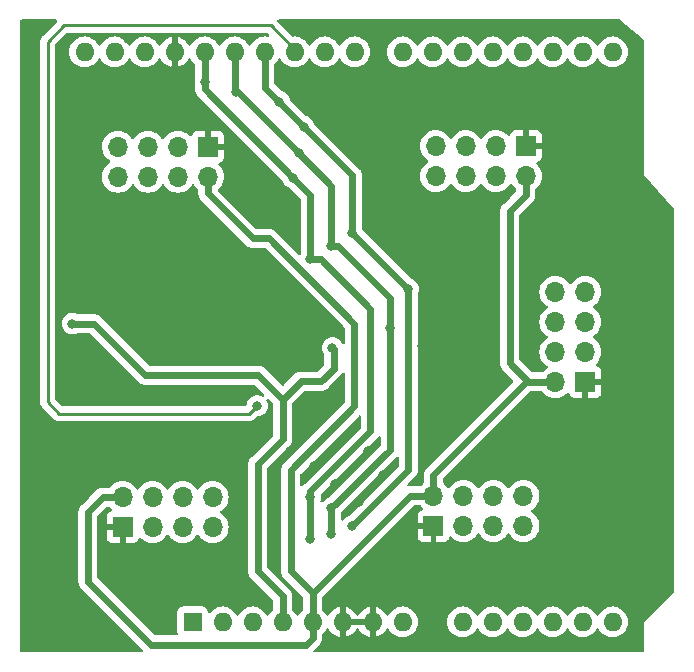
<source format=gbr>
%TF.GenerationSoftware,KiCad,Pcbnew,7.0.1-3b83917a11~172~ubuntu20.04.1*%
%TF.CreationDate,2023-08-11T21:00:56+02:00*%
%TF.ProjectId,PicoShield,5069636f-5368-4696-956c-642e6b696361,rev?*%
%TF.SameCoordinates,Original*%
%TF.FileFunction,Copper,L2,Bot*%
%TF.FilePolarity,Positive*%
%FSLAX46Y46*%
G04 Gerber Fmt 4.6, Leading zero omitted, Abs format (unit mm)*
G04 Created by KiCad (PCBNEW 7.0.1-3b83917a11~172~ubuntu20.04.1) date 2023-08-11 21:00:56*
%MOMM*%
%LPD*%
G01*
G04 APERTURE LIST*
%TA.AperFunction,ComponentPad*%
%ADD10R,1.700000X1.700000*%
%TD*%
%TA.AperFunction,ComponentPad*%
%ADD11O,1.700000X1.700000*%
%TD*%
%TA.AperFunction,ComponentPad*%
%ADD12R,1.600000X1.600000*%
%TD*%
%TA.AperFunction,ComponentPad*%
%ADD13O,1.600000X1.600000*%
%TD*%
%TA.AperFunction,ViaPad*%
%ADD14C,0.800000*%
%TD*%
%TA.AperFunction,Conductor*%
%ADD15C,0.600000*%
%TD*%
%TA.AperFunction,Conductor*%
%ADD16C,0.250000*%
%TD*%
G04 APERTURE END LIST*
D10*
%TO.P,J1,1,Pin_1*%
%TO.N,GND*%
X138226800Y-68376800D03*
D11*
%TO.P,J1,2,Pin_2*%
%TO.N,+5V*%
X138226800Y-65836800D03*
%TO.P,J1,3,Pin_3*%
%TO.N,MOSI*%
X140766800Y-68376800D03*
%TO.P,J1,4,Pin_4*%
%TO.N,INT1*%
X140766800Y-65836800D03*
%TO.P,J1,5,Pin_5*%
%TO.N,MISO*%
X143306800Y-68376800D03*
%TO.P,J1,6,Pin_6*%
%TO.N,RST1*%
X143306800Y-65836800D03*
%TO.P,J1,7,Pin_7*%
%TO.N,SCK*%
X145846800Y-68376800D03*
%TO.P,J1,8,Pin_8*%
%TO.N,CS2*%
X145846800Y-65836800D03*
%TD*%
D10*
%TO.P,J5,1,Pin_1*%
%TO.N,GND*%
X172364400Y-36118800D03*
D11*
%TO.P,J5,2,Pin_2*%
%TO.N,+5V*%
X172364400Y-38658800D03*
%TO.P,J5,3,Pin_3*%
%TO.N,MOSI*%
X169824400Y-36118800D03*
%TO.P,J5,4,Pin_4*%
%TO.N,INT4*%
X169824400Y-38658800D03*
%TO.P,J5,5,Pin_5*%
%TO.N,MISO*%
X167284400Y-36118800D03*
%TO.P,J5,6,Pin_6*%
%TO.N,RST4*%
X167284400Y-38658800D03*
%TO.P,J5,7,Pin_7*%
%TO.N,SCK*%
X164744400Y-36118800D03*
%TO.P,J5,8,Pin_8*%
%TO.N,CS5*%
X164744400Y-38658800D03*
%TD*%
D10*
%TO.P,J2,1,Pin_1*%
%TO.N,GND*%
X164541200Y-68275200D03*
D11*
%TO.P,J2,2,Pin_2*%
%TO.N,+5V*%
X164541200Y-65735200D03*
%TO.P,J2,3,Pin_3*%
%TO.N,MOSI*%
X167081200Y-68275200D03*
%TO.P,J2,4,Pin_4*%
%TO.N,INT2*%
X167081200Y-65735200D03*
%TO.P,J2,5,Pin_5*%
%TO.N,MISO*%
X169621200Y-68275200D03*
%TO.P,J2,6,Pin_6*%
%TO.N,RST2*%
X169621200Y-65735200D03*
%TO.P,J2,7,Pin_7*%
%TO.N,SCK*%
X172161200Y-68275200D03*
%TO.P,J2,8,Pin_8*%
%TO.N,CS3*%
X172161200Y-65735200D03*
%TD*%
D10*
%TO.P,J6,1,Pin_1*%
%TO.N,GND*%
X145440400Y-36169600D03*
D11*
%TO.P,J6,2,Pin_2*%
%TO.N,+5V*%
X145440400Y-38709600D03*
%TO.P,J6,3,Pin_3*%
%TO.N,MOSI*%
X142900400Y-36169600D03*
%TO.P,J6,4,Pin_4*%
%TO.N,INT5*%
X142900400Y-38709600D03*
%TO.P,J6,5,Pin_5*%
%TO.N,MISO*%
X140360400Y-36169600D03*
%TO.P,J6,6,Pin_6*%
%TO.N,RST5*%
X140360400Y-38709600D03*
%TO.P,J6,7,Pin_7*%
%TO.N,SCK*%
X137820400Y-36169600D03*
%TO.P,J6,8,Pin_8*%
%TO.N,CS6*%
X137820400Y-38709600D03*
%TD*%
D10*
%TO.P,J4,1,Pin_1*%
%TO.N,GND*%
X177393600Y-56083200D03*
D11*
%TO.P,J4,2,Pin_2*%
%TO.N,+5V*%
X174853600Y-56083200D03*
%TO.P,J4,3,Pin_3*%
%TO.N,MOSI*%
X177393600Y-53543200D03*
%TO.P,J4,4,Pin_4*%
%TO.N,INT3*%
X174853600Y-53543200D03*
%TO.P,J4,5,Pin_5*%
%TO.N,MISO*%
X177393600Y-51003200D03*
%TO.P,J4,6,Pin_6*%
%TO.N,RST3*%
X174853600Y-51003200D03*
%TO.P,J4,7,Pin_7*%
%TO.N,SCK*%
X177393600Y-48463200D03*
%TO.P,J4,8,Pin_8*%
%TO.N,CS4*%
X174853600Y-48463200D03*
%TD*%
D12*
%TO.P,A1,1,NC*%
%TO.N,unconnected-(A1-NC-Pad1)*%
X144145000Y-76403200D03*
D13*
%TO.P,A1,2,IOREF*%
%TO.N,unconnected-(A1-IOREF-Pad2)*%
X146685000Y-76403200D03*
%TO.P,A1,3,~{RESET}*%
%TO.N,unconnected-(A1-~{RESET}-Pad3)*%
X149225000Y-76403200D03*
%TO.P,A1,4,3V3*%
%TO.N,+3V3*%
X151765000Y-76403200D03*
%TO.P,A1,5,+5V*%
%TO.N,+5V*%
X154305000Y-76403200D03*
%TO.P,A1,6,GND*%
%TO.N,GND*%
X156845000Y-76403200D03*
%TO.P,A1,7,GND*%
X159385000Y-76403200D03*
%TO.P,A1,8,VIN*%
%TO.N,unconnected-(A1-VIN-Pad8)*%
X161925000Y-76403200D03*
%TO.P,A1,9,A0*%
%TO.N,CS2*%
X167005000Y-76403200D03*
%TO.P,A1,10,A1*%
%TO.N,RST1*%
X169545000Y-76403200D03*
%TO.P,A1,11,A2*%
%TO.N,INT1*%
X172085000Y-76403200D03*
%TO.P,A1,12,A3*%
%TO.N,CS3*%
X174625000Y-76403200D03*
%TO.P,A1,13,SDA/A4*%
%TO.N,RST2*%
X177165000Y-76403200D03*
%TO.P,A1,14,SCL/A5*%
%TO.N,INT2*%
X179705000Y-76403200D03*
%TO.P,A1,15,D0/RX*%
%TO.N,unconnected-(A1-D0{slash}RX-Pad15)*%
X179705000Y-28143200D03*
%TO.P,A1,16,D1/TX*%
%TO.N,CS4*%
X177165000Y-28143200D03*
%TO.P,A1,17,D2*%
%TO.N,RST3*%
X174625000Y-28143200D03*
%TO.P,A1,18,D3*%
%TO.N,INT3*%
X172085000Y-28143200D03*
%TO.P,A1,19,D4*%
%TO.N,CS5*%
X169545000Y-28143200D03*
%TO.P,A1,20,D5*%
%TO.N,RST4*%
X167005000Y-28143200D03*
%TO.P,A1,21,D6*%
%TO.N,INT4*%
X164465000Y-28143200D03*
%TO.P,A1,22,D7*%
%TO.N,CS6*%
X161925000Y-28143200D03*
%TO.P,A1,23,D8*%
%TO.N,RST5*%
X157865000Y-28143200D03*
%TO.P,A1,24,D9*%
%TO.N,INT5*%
X155325000Y-28143200D03*
%TO.P,A1,25,D10*%
%TO.N,CS1*%
X152785000Y-28143200D03*
%TO.P,A1,26,D11*%
%TO.N,MOSI*%
X150245000Y-28143200D03*
%TO.P,A1,27,D12*%
%TO.N,MISO*%
X147705000Y-28143200D03*
%TO.P,A1,28,D13*%
%TO.N,SCK*%
X145165000Y-28143200D03*
%TO.P,A1,29,GND*%
%TO.N,GND*%
X142625000Y-28143200D03*
%TO.P,A1,30,AREF*%
%TO.N,unconnected-(A1-AREF-Pad30)*%
X140085000Y-28143200D03*
%TO.P,A1,31,SDA/A4*%
%TO.N,unconnected-(A1-SDA{slash}A4-Pad31)*%
X137545000Y-28143200D03*
%TO.P,A1,32,SCL/A5*%
%TO.N,unconnected-(A1-SCL{slash}A5-Pad32)*%
X135005000Y-28143200D03*
%TD*%
D14*
%TO.N,+3V3*%
X133959600Y-51155600D03*
X155983400Y-53216000D03*
%TO.N,GND*%
X160274000Y-64008000D03*
X153162000Y-26416000D03*
X156210000Y-64770000D03*
X138176000Y-78232000D03*
X168148000Y-58166000D03*
X163576000Y-46736000D03*
X152400000Y-61976000D03*
X175768000Y-26416000D03*
X181610000Y-74930000D03*
X152146000Y-49022000D03*
X164592000Y-76200000D03*
X146812000Y-54102000D03*
X149098000Y-51308000D03*
X154686000Y-54102000D03*
X159766000Y-29972000D03*
X148971000Y-27051000D03*
X133858000Y-35306000D03*
X133604000Y-29718000D03*
X156972000Y-78232000D03*
X157988000Y-59944000D03*
X159004000Y-61976000D03*
X180848000Y-78232000D03*
X142621000Y-29591000D03*
X181356000Y-61976000D03*
X172212000Y-46482000D03*
X163576000Y-53086000D03*
X130556000Y-26670000D03*
X154432000Y-63246000D03*
X141732000Y-48006000D03*
X141732000Y-54102000D03*
X151892000Y-55372000D03*
X143891000Y-27051000D03*
X154432000Y-50292000D03*
X148082000Y-48260000D03*
X158242000Y-66294000D03*
X139446000Y-60960000D03*
X135636000Y-36576000D03*
X183896000Y-72898000D03*
X167894000Y-46736000D03*
X164084000Y-61722000D03*
X172212000Y-33782000D03*
X184150000Y-42926000D03*
X163830000Y-41910000D03*
X168148000Y-52832000D03*
X173990000Y-46736000D03*
X151892000Y-30226000D03*
X156210000Y-56896000D03*
X145796000Y-60960000D03*
X156464000Y-26416000D03*
X146812000Y-48006000D03*
X150876000Y-39878000D03*
X152146000Y-42926000D03*
X159766000Y-26416000D03*
X147066000Y-44450000D03*
X130810000Y-69850000D03*
X148082000Y-72390000D03*
X167894000Y-78232000D03*
X131064000Y-78232000D03*
X175006000Y-63500000D03*
X138684000Y-27051000D03*
X130810000Y-60960000D03*
X137414000Y-30480000D03*
X183896000Y-59690000D03*
X136906000Y-46228000D03*
X138176000Y-43688000D03*
X180340000Y-54356000D03*
X180848000Y-38862000D03*
X140716000Y-72136000D03*
X183896000Y-66548000D03*
X180848000Y-30480000D03*
X172466000Y-63500000D03*
X179578000Y-57150000D03*
X130556000Y-39624000D03*
X161544000Y-69088000D03*
X167894000Y-26162000D03*
X158750000Y-37084000D03*
X181610000Y-68072000D03*
%TO.N,CS1*%
X149606000Y-58115200D03*
%TO.N,MOSI*%
X153543000Y-34467800D03*
X162407600Y-48209200D03*
X157683200Y-68275200D03*
X157683200Y-43484800D03*
X151485600Y-32359600D03*
%TO.N,MISO*%
X153162000Y-36728400D03*
X160883600Y-51562000D03*
X147828000Y-31546800D03*
X155905200Y-68935600D03*
X155905200Y-44602400D03*
X155905200Y-66802000D03*
%TO.N,SCK*%
X145237200Y-30734000D03*
X152654000Y-38811200D03*
X154127200Y-45720000D03*
X154127200Y-65836800D03*
X154127200Y-69392800D03*
%TD*%
D15*
%TO.N,+3V3*%
X140157200Y-55524400D02*
X135788400Y-51155600D01*
X149656800Y-72136000D02*
X149656800Y-63042800D01*
X155041600Y-56032400D02*
X156108400Y-54965600D01*
X156108400Y-54965600D02*
X156108400Y-53341000D01*
X153314400Y-56032400D02*
X155041600Y-56032400D01*
X151765000Y-74244200D02*
X149656800Y-72136000D01*
X151765000Y-60934600D02*
X151765000Y-57581800D01*
X149656800Y-63042800D02*
X151765000Y-60934600D01*
X149707600Y-55524400D02*
X140157200Y-55524400D01*
X151765000Y-57581800D02*
X149707600Y-55524400D01*
X151765000Y-57581800D02*
X153314400Y-56032400D01*
X135788400Y-51155600D02*
X133959600Y-51155600D01*
X156108400Y-53341000D02*
X155983400Y-53216000D01*
X151765000Y-76403200D02*
X151765000Y-74244200D01*
D16*
%TO.N,CS1*%
X131876800Y-27279600D02*
X131876800Y-57810400D01*
X133248400Y-25908000D02*
X131876800Y-27279600D01*
X150749000Y-25908000D02*
X133248400Y-25908000D01*
X152785000Y-28143200D02*
X152785000Y-27944000D01*
X148945600Y-58775600D02*
X149606000Y-58115200D01*
X152785000Y-27944000D02*
X150749000Y-25908000D01*
X131876800Y-57810400D02*
X132842000Y-58775600D01*
X132842000Y-58775600D02*
X148945600Y-58775600D01*
D15*
%TO.N,MOSI*%
X157683200Y-38608000D02*
X157683200Y-43484800D01*
X153543000Y-34467800D02*
X157683200Y-38608000D01*
X157683200Y-43484800D02*
X162407600Y-48209200D01*
X162407600Y-63550800D02*
X157683200Y-68275200D01*
X150245000Y-31169800D02*
X153543000Y-34467800D01*
X150245000Y-28143200D02*
X150245000Y-31169800D01*
X162407600Y-48209200D02*
X162407600Y-63550800D01*
%TO.N,MISO*%
X160883600Y-49022000D02*
X160883600Y-51562000D01*
X160883600Y-61823600D02*
X155905200Y-66802000D01*
X155905200Y-66802000D02*
X155905200Y-68935600D01*
X155905200Y-44602400D02*
X156464000Y-44602400D01*
X160883600Y-51562000D02*
X160883600Y-61823600D01*
X156464000Y-44602400D02*
X160883600Y-49022000D01*
X147705000Y-31271400D02*
X153162000Y-36728400D01*
X155905200Y-39471600D02*
X155905200Y-44602400D01*
X153162000Y-36728400D02*
X155905200Y-39471600D01*
X147705000Y-28143200D02*
X147705000Y-31271400D01*
%TO.N,SCK*%
X154127200Y-40284400D02*
X154127200Y-45720000D01*
X155041600Y-45720000D02*
X159207200Y-49885600D01*
X154127200Y-65328800D02*
X154127200Y-69392800D01*
X159207200Y-60248800D02*
X154127200Y-65328800D01*
X145165000Y-31322200D02*
X152654000Y-38811200D01*
X152654000Y-38811200D02*
X154127200Y-40284400D01*
X145165000Y-30734000D02*
X145165000Y-31322200D01*
X159207200Y-49885600D02*
X159207200Y-60248800D01*
X154127200Y-45720000D02*
X155041600Y-45720000D01*
X145165000Y-28143200D02*
X145165000Y-30734000D01*
%TO.N,+5V*%
X164541200Y-65735200D02*
X164541200Y-63957200D01*
X154305000Y-76403200D02*
X154305000Y-77749400D01*
X172567600Y-56083200D02*
X170992800Y-54508400D01*
X153720800Y-78333600D02*
X140614400Y-78333600D01*
X140614400Y-78333600D02*
X135280400Y-72999600D01*
X149250400Y-43942000D02*
X145440400Y-40132000D01*
X136550400Y-65836800D02*
X138226800Y-65836800D01*
X157835600Y-51155600D02*
X150622000Y-43942000D01*
X164541200Y-63957200D02*
X172415200Y-56083200D01*
X172364400Y-40233600D02*
X172364400Y-38658800D01*
X170992800Y-41605200D02*
X172364400Y-40233600D01*
X154305000Y-76403200D02*
X154305000Y-73990200D01*
X170992800Y-54508400D02*
X170992800Y-41605200D01*
X154305000Y-73990200D02*
X152450800Y-72136000D01*
X135280400Y-67106800D02*
X136550400Y-65836800D01*
X154305000Y-77749400D02*
X153720800Y-78333600D01*
X152450800Y-72136000D02*
X152450800Y-63550800D01*
X162560000Y-65735200D02*
X164541200Y-65735200D01*
X145440400Y-40132000D02*
X145440400Y-38709600D01*
X150622000Y-43942000D02*
X149250400Y-43942000D01*
X172567600Y-56083200D02*
X174853600Y-56083200D01*
X172415200Y-56083200D02*
X172567600Y-56083200D01*
X152450800Y-63550800D02*
X157835600Y-58166000D01*
X157835600Y-58166000D02*
X157835600Y-51155600D01*
X154305000Y-73990200D02*
X162560000Y-65735200D01*
X135280400Y-72999600D02*
X135280400Y-67106800D01*
%TD*%
%TA.AperFunction,Conductor*%
%TO.N,GND*%
G36*
X180336834Y-25408423D02*
G01*
X180374874Y-25431179D01*
X182255079Y-27076359D01*
X182329155Y-27141175D01*
X182360418Y-27183256D01*
X182371500Y-27234495D01*
X182371500Y-38604167D01*
X182371409Y-38607988D01*
X182371576Y-38608422D01*
X182374272Y-38611243D01*
X184854177Y-41339138D01*
X184879253Y-41366721D01*
X184903158Y-41405418D01*
X184911500Y-41450132D01*
X184911500Y-73862431D01*
X184902061Y-73909884D01*
X184875181Y-73950112D01*
X182388995Y-76436295D01*
X182388819Y-76436413D01*
X182371617Y-76453615D01*
X182371457Y-76453997D01*
X182371461Y-76478665D01*
X182371500Y-76478855D01*
X182371500Y-78869500D01*
X182354887Y-78931500D01*
X182309500Y-78976887D01*
X182247500Y-78993500D01*
X154492339Y-78993500D01*
X154436044Y-78979985D01*
X154392021Y-78942385D01*
X154369866Y-78888898D01*
X154374408Y-78831182D01*
X154404658Y-78781819D01*
X154902826Y-78283652D01*
X154934813Y-78251665D01*
X154934813Y-78251664D01*
X154934816Y-78251662D01*
X154955190Y-78219235D01*
X154963213Y-78207927D01*
X154987092Y-78177986D01*
X155003705Y-78143486D01*
X155010423Y-78131331D01*
X155030789Y-78098922D01*
X155043433Y-78062785D01*
X155048747Y-78049956D01*
X155065360Y-78015461D01*
X155073882Y-77978121D01*
X155077720Y-77964799D01*
X155090368Y-77928655D01*
X155094655Y-77890597D01*
X155096980Y-77876920D01*
X155105500Y-77839594D01*
X155105500Y-77659205D01*
X155105500Y-77493249D01*
X155114939Y-77445796D01*
X155141819Y-77405568D01*
X155305046Y-77242340D01*
X155305047Y-77242339D01*
X155435568Y-77055934D01*
X155462893Y-76997334D01*
X155508649Y-76945159D01*
X155575274Y-76925739D01*
X155641899Y-76945158D01*
X155687657Y-76997333D01*
X155714866Y-77055682D01*
X155845341Y-77242019D01*
X156006180Y-77402858D01*
X156192519Y-77533334D01*
X156398673Y-77629466D01*
X156594999Y-77682071D01*
X156595000Y-77682072D01*
X156595000Y-76653200D01*
X157095000Y-76653200D01*
X157095000Y-77682071D01*
X157291326Y-77629466D01*
X157497480Y-77533334D01*
X157683819Y-77402858D01*
X157844658Y-77242019D01*
X157975135Y-77055679D01*
X158002618Y-76996743D01*
X158048375Y-76944567D01*
X158115000Y-76925147D01*
X158181625Y-76944567D01*
X158227382Y-76996743D01*
X158254864Y-77055679D01*
X158385341Y-77242019D01*
X158546180Y-77402858D01*
X158732519Y-77533334D01*
X158938673Y-77629466D01*
X159134999Y-77682071D01*
X159135000Y-77682072D01*
X159135000Y-77682071D01*
X159635000Y-77682071D01*
X159831326Y-77629466D01*
X160037480Y-77533334D01*
X160223819Y-77402858D01*
X160384658Y-77242019D01*
X160515135Y-77055679D01*
X160542342Y-76997335D01*
X160588098Y-76945159D01*
X160654723Y-76925739D01*
X160721348Y-76945158D01*
X160767105Y-76997332D01*
X160794432Y-77055933D01*
X160794433Y-77055936D01*
X160924953Y-77242340D01*
X161085859Y-77403246D01*
X161272264Y-77533767D01*
X161272265Y-77533767D01*
X161272266Y-77533768D01*
X161478504Y-77629939D01*
X161698308Y-77688835D01*
X161925000Y-77708668D01*
X162151692Y-77688835D01*
X162371496Y-77629939D01*
X162577734Y-77533768D01*
X162764139Y-77403247D01*
X162925047Y-77242339D01*
X163055568Y-77055934D01*
X163151739Y-76849696D01*
X163210635Y-76629892D01*
X163230468Y-76403200D01*
X163230468Y-76403199D01*
X165699531Y-76403199D01*
X165719364Y-76629889D01*
X165778261Y-76849697D01*
X165874432Y-77055935D01*
X166004953Y-77242340D01*
X166165859Y-77403246D01*
X166352264Y-77533767D01*
X166352265Y-77533767D01*
X166352266Y-77533768D01*
X166558504Y-77629939D01*
X166778308Y-77688835D01*
X167005000Y-77708668D01*
X167231692Y-77688835D01*
X167451496Y-77629939D01*
X167657734Y-77533768D01*
X167844139Y-77403247D01*
X168005047Y-77242339D01*
X168135568Y-77055934D01*
X168162618Y-76997924D01*
X168208375Y-76945749D01*
X168275000Y-76926329D01*
X168341625Y-76945749D01*
X168387382Y-76997925D01*
X168414431Y-77055933D01*
X168544953Y-77242340D01*
X168705859Y-77403246D01*
X168892264Y-77533767D01*
X168892265Y-77533767D01*
X168892266Y-77533768D01*
X169098504Y-77629939D01*
X169318308Y-77688835D01*
X169545000Y-77708668D01*
X169771692Y-77688835D01*
X169991496Y-77629939D01*
X170197734Y-77533768D01*
X170384139Y-77403247D01*
X170545047Y-77242339D01*
X170675568Y-77055934D01*
X170702618Y-76997924D01*
X170748375Y-76945749D01*
X170815000Y-76926329D01*
X170881625Y-76945749D01*
X170927382Y-76997925D01*
X170954431Y-77055933D01*
X171084953Y-77242340D01*
X171245859Y-77403246D01*
X171432264Y-77533767D01*
X171432265Y-77533767D01*
X171432266Y-77533768D01*
X171638504Y-77629939D01*
X171858308Y-77688835D01*
X172085000Y-77708668D01*
X172311692Y-77688835D01*
X172531496Y-77629939D01*
X172737734Y-77533768D01*
X172924139Y-77403247D01*
X173085047Y-77242339D01*
X173215568Y-77055934D01*
X173242618Y-76997924D01*
X173288375Y-76945749D01*
X173355000Y-76926329D01*
X173421625Y-76945749D01*
X173467382Y-76997925D01*
X173494431Y-77055933D01*
X173624953Y-77242340D01*
X173785859Y-77403246D01*
X173972264Y-77533767D01*
X173972265Y-77533767D01*
X173972266Y-77533768D01*
X174178504Y-77629939D01*
X174398308Y-77688835D01*
X174625000Y-77708668D01*
X174851692Y-77688835D01*
X175071496Y-77629939D01*
X175277734Y-77533768D01*
X175464139Y-77403247D01*
X175625047Y-77242339D01*
X175755568Y-77055934D01*
X175782618Y-76997924D01*
X175828375Y-76945749D01*
X175895000Y-76926329D01*
X175961625Y-76945749D01*
X176007382Y-76997925D01*
X176034431Y-77055933D01*
X176164953Y-77242340D01*
X176325859Y-77403246D01*
X176512264Y-77533767D01*
X176512265Y-77533767D01*
X176512266Y-77533768D01*
X176718504Y-77629939D01*
X176938308Y-77688835D01*
X177165000Y-77708668D01*
X177391692Y-77688835D01*
X177611496Y-77629939D01*
X177817734Y-77533768D01*
X178004139Y-77403247D01*
X178165047Y-77242339D01*
X178295568Y-77055934D01*
X178322618Y-76997924D01*
X178368375Y-76945749D01*
X178435000Y-76926329D01*
X178501625Y-76945749D01*
X178547382Y-76997925D01*
X178574431Y-77055933D01*
X178704953Y-77242340D01*
X178865859Y-77403246D01*
X179052264Y-77533767D01*
X179052265Y-77533767D01*
X179052266Y-77533768D01*
X179258504Y-77629939D01*
X179478308Y-77688835D01*
X179705000Y-77708668D01*
X179931692Y-77688835D01*
X180151496Y-77629939D01*
X180357734Y-77533768D01*
X180544139Y-77403247D01*
X180705047Y-77242339D01*
X180835568Y-77055934D01*
X180931739Y-76849696D01*
X180990635Y-76629892D01*
X181010468Y-76403200D01*
X180990635Y-76176508D01*
X180931739Y-75956704D01*
X180835568Y-75750466D01*
X180749677Y-75627800D01*
X180705046Y-75564059D01*
X180544140Y-75403153D01*
X180357735Y-75272632D01*
X180151497Y-75176461D01*
X179931689Y-75117564D01*
X179705000Y-75097731D01*
X179478310Y-75117564D01*
X179258502Y-75176461D01*
X179052264Y-75272632D01*
X178865859Y-75403153D01*
X178704953Y-75564059D01*
X178574433Y-75750463D01*
X178547382Y-75808475D01*
X178501625Y-75860650D01*
X178435000Y-75880069D01*
X178368375Y-75860650D01*
X178322618Y-75808475D01*
X178295687Y-75750722D01*
X178295568Y-75750466D01*
X178209677Y-75627800D01*
X178165046Y-75564059D01*
X178004140Y-75403153D01*
X177817735Y-75272632D01*
X177611497Y-75176461D01*
X177391689Y-75117564D01*
X177165000Y-75097731D01*
X176938310Y-75117564D01*
X176718502Y-75176461D01*
X176512264Y-75272632D01*
X176325859Y-75403153D01*
X176164953Y-75564059D01*
X176034433Y-75750463D01*
X176007382Y-75808475D01*
X175961625Y-75860650D01*
X175895000Y-75880069D01*
X175828375Y-75860650D01*
X175782618Y-75808475D01*
X175755687Y-75750722D01*
X175755568Y-75750466D01*
X175669677Y-75627800D01*
X175625046Y-75564059D01*
X175464140Y-75403153D01*
X175277735Y-75272632D01*
X175071497Y-75176461D01*
X174851689Y-75117564D01*
X174625000Y-75097731D01*
X174398310Y-75117564D01*
X174178502Y-75176461D01*
X173972264Y-75272632D01*
X173785859Y-75403153D01*
X173624953Y-75564059D01*
X173494433Y-75750463D01*
X173467382Y-75808475D01*
X173421625Y-75860650D01*
X173355000Y-75880069D01*
X173288375Y-75860650D01*
X173242618Y-75808475D01*
X173215687Y-75750722D01*
X173215568Y-75750466D01*
X173129677Y-75627800D01*
X173085046Y-75564059D01*
X172924140Y-75403153D01*
X172737735Y-75272632D01*
X172531497Y-75176461D01*
X172311689Y-75117564D01*
X172085000Y-75097731D01*
X171858310Y-75117564D01*
X171638502Y-75176461D01*
X171432264Y-75272632D01*
X171245859Y-75403153D01*
X171084953Y-75564059D01*
X170954433Y-75750463D01*
X170927382Y-75808475D01*
X170881625Y-75860650D01*
X170815000Y-75880069D01*
X170748375Y-75860650D01*
X170702618Y-75808475D01*
X170675687Y-75750722D01*
X170675568Y-75750466D01*
X170589677Y-75627800D01*
X170545046Y-75564059D01*
X170384140Y-75403153D01*
X170197735Y-75272632D01*
X169991497Y-75176461D01*
X169771689Y-75117564D01*
X169545000Y-75097731D01*
X169318310Y-75117564D01*
X169098502Y-75176461D01*
X168892264Y-75272632D01*
X168705859Y-75403153D01*
X168544953Y-75564059D01*
X168414433Y-75750463D01*
X168387382Y-75808475D01*
X168341625Y-75860650D01*
X168275000Y-75880069D01*
X168208375Y-75860650D01*
X168162618Y-75808475D01*
X168135687Y-75750722D01*
X168135568Y-75750466D01*
X168049677Y-75627800D01*
X168005046Y-75564059D01*
X167844140Y-75403153D01*
X167657735Y-75272632D01*
X167451497Y-75176461D01*
X167231689Y-75117564D01*
X167005000Y-75097731D01*
X166778310Y-75117564D01*
X166558502Y-75176461D01*
X166352264Y-75272632D01*
X166165859Y-75403153D01*
X166004953Y-75564059D01*
X165874432Y-75750464D01*
X165778261Y-75956702D01*
X165719364Y-76176510D01*
X165699531Y-76403199D01*
X163230468Y-76403199D01*
X163210635Y-76176508D01*
X163151739Y-75956704D01*
X163055568Y-75750466D01*
X162969677Y-75627800D01*
X162925046Y-75564059D01*
X162764140Y-75403153D01*
X162577735Y-75272632D01*
X162371497Y-75176461D01*
X162151689Y-75117564D01*
X161925000Y-75097731D01*
X161698310Y-75117564D01*
X161478502Y-75176461D01*
X161272264Y-75272632D01*
X161085859Y-75403153D01*
X160924953Y-75564059D01*
X160794430Y-75750467D01*
X160767105Y-75809066D01*
X160721348Y-75861241D01*
X160654723Y-75880660D01*
X160588099Y-75861240D01*
X160542342Y-75809065D01*
X160515134Y-75750719D01*
X160384658Y-75564380D01*
X160223819Y-75403541D01*
X160037480Y-75273065D01*
X159831326Y-75176933D01*
X159635000Y-75124328D01*
X159635000Y-77682071D01*
X159135000Y-77682071D01*
X159135000Y-76653200D01*
X157095000Y-76653200D01*
X156595000Y-76653200D01*
X156595000Y-76153200D01*
X157095000Y-76153200D01*
X159135000Y-76153200D01*
X159135000Y-75124328D01*
X159134999Y-75124328D01*
X158938673Y-75176933D01*
X158732519Y-75273065D01*
X158546180Y-75403541D01*
X158385341Y-75564380D01*
X158254865Y-75750719D01*
X158227382Y-75809656D01*
X158181625Y-75861832D01*
X158115000Y-75881251D01*
X158048375Y-75861832D01*
X158002618Y-75809656D01*
X157975134Y-75750719D01*
X157844658Y-75564380D01*
X157683819Y-75403541D01*
X157497480Y-75273065D01*
X157291326Y-75176933D01*
X157095000Y-75124328D01*
X157095000Y-76153200D01*
X156595000Y-76153200D01*
X156595000Y-75124328D01*
X156594999Y-75124328D01*
X156398673Y-75176933D01*
X156192519Y-75273065D01*
X156006180Y-75403541D01*
X155845341Y-75564380D01*
X155714863Y-75750722D01*
X155687656Y-75809066D01*
X155641899Y-75861241D01*
X155575274Y-75880660D01*
X155508650Y-75861240D01*
X155462893Y-75809065D01*
X155435567Y-75750464D01*
X155305046Y-75564059D01*
X155141819Y-75400832D01*
X155114939Y-75360604D01*
X155105500Y-75313151D01*
X155105500Y-74373140D01*
X155114939Y-74325687D01*
X155141819Y-74285459D01*
X160902078Y-68525200D01*
X163191200Y-68525200D01*
X163191200Y-69173024D01*
X163197602Y-69232575D01*
X163247847Y-69367289D01*
X163334011Y-69482388D01*
X163449110Y-69568552D01*
X163583824Y-69618797D01*
X163643376Y-69625200D01*
X164291200Y-69625200D01*
X164291200Y-68525200D01*
X163191200Y-68525200D01*
X160902078Y-68525200D01*
X162855259Y-66572019D01*
X162895487Y-66545139D01*
X162942940Y-66535700D01*
X163388509Y-66535700D01*
X163445766Y-66549711D01*
X163490084Y-66588577D01*
X163502705Y-66606602D01*
X163625018Y-66728915D01*
X163656314Y-66781661D01*
X163658503Y-66842954D01*
X163631050Y-66897799D01*
X163580671Y-66932778D01*
X163449111Y-66981847D01*
X163334011Y-67068011D01*
X163247847Y-67183110D01*
X163197602Y-67317824D01*
X163191200Y-67377376D01*
X163191200Y-68025200D01*
X164667200Y-68025200D01*
X164729200Y-68041813D01*
X164774587Y-68087200D01*
X164791200Y-68149200D01*
X164791200Y-69625200D01*
X165439024Y-69625200D01*
X165498575Y-69618797D01*
X165633289Y-69568552D01*
X165748388Y-69482388D01*
X165834552Y-69367289D01*
X165883622Y-69235728D01*
X165918601Y-69185349D01*
X165973446Y-69157896D01*
X166034739Y-69160085D01*
X166087485Y-69191381D01*
X166209799Y-69313695D01*
X166403370Y-69449235D01*
X166617537Y-69549103D01*
X166845792Y-69610263D01*
X167081200Y-69630859D01*
X167316608Y-69610263D01*
X167544863Y-69549103D01*
X167759030Y-69449235D01*
X167952601Y-69313695D01*
X168119695Y-69146601D01*
X168249626Y-68961039D01*
X168293943Y-68922175D01*
X168351200Y-68908164D01*
X168408457Y-68922175D01*
X168452773Y-68961039D01*
X168582705Y-69146601D01*
X168749799Y-69313695D01*
X168943370Y-69449235D01*
X169157537Y-69549103D01*
X169385792Y-69610263D01*
X169621200Y-69630859D01*
X169856608Y-69610263D01*
X170084863Y-69549103D01*
X170299030Y-69449235D01*
X170492601Y-69313695D01*
X170659695Y-69146601D01*
X170789626Y-68961039D01*
X170833943Y-68922175D01*
X170891200Y-68908164D01*
X170948457Y-68922175D01*
X170992773Y-68961039D01*
X171122705Y-69146601D01*
X171289799Y-69313695D01*
X171483370Y-69449235D01*
X171697537Y-69549103D01*
X171925792Y-69610263D01*
X172161200Y-69630859D01*
X172396608Y-69610263D01*
X172624863Y-69549103D01*
X172839030Y-69449235D01*
X173032601Y-69313695D01*
X173199695Y-69146601D01*
X173335235Y-68953030D01*
X173435103Y-68738863D01*
X173496263Y-68510608D01*
X173516859Y-68275200D01*
X173496263Y-68039792D01*
X173435103Y-67811537D01*
X173335235Y-67597371D01*
X173199695Y-67403799D01*
X173032601Y-67236705D01*
X172847039Y-67106773D01*
X172808175Y-67062457D01*
X172794164Y-67005200D01*
X172808175Y-66947943D01*
X172847039Y-66903626D01*
X173032601Y-66773695D01*
X173199695Y-66606601D01*
X173335235Y-66413030D01*
X173435103Y-66198863D01*
X173496263Y-65970608D01*
X173516859Y-65735200D01*
X173496263Y-65499792D01*
X173435103Y-65271537D01*
X173335235Y-65057371D01*
X173199695Y-64863799D01*
X173032601Y-64696705D01*
X172839030Y-64561165D01*
X172624863Y-64461297D01*
X172563701Y-64444909D01*
X172396607Y-64400136D01*
X172161200Y-64379540D01*
X171925792Y-64400136D01*
X171697536Y-64461297D01*
X171483370Y-64561165D01*
X171289798Y-64696705D01*
X171122705Y-64863798D01*
X170992775Y-65049359D01*
X170948457Y-65088225D01*
X170891200Y-65102236D01*
X170833943Y-65088225D01*
X170789625Y-65049359D01*
X170705797Y-64929640D01*
X170659695Y-64863799D01*
X170492601Y-64696705D01*
X170299030Y-64561165D01*
X170084863Y-64461297D01*
X170023701Y-64444909D01*
X169856607Y-64400136D01*
X169621200Y-64379540D01*
X169385792Y-64400136D01*
X169157536Y-64461297D01*
X168943370Y-64561165D01*
X168749798Y-64696705D01*
X168582705Y-64863798D01*
X168452775Y-65049359D01*
X168408457Y-65088225D01*
X168351200Y-65102236D01*
X168293943Y-65088225D01*
X168249625Y-65049359D01*
X168165797Y-64929640D01*
X168119695Y-64863799D01*
X167952601Y-64696705D01*
X167759030Y-64561165D01*
X167544863Y-64461297D01*
X167483701Y-64444909D01*
X167316607Y-64400136D01*
X167081200Y-64379540D01*
X166845792Y-64400136D01*
X166617536Y-64461297D01*
X166403370Y-64561165D01*
X166209798Y-64696705D01*
X166042705Y-64863798D01*
X165912775Y-65049359D01*
X165868457Y-65088225D01*
X165811200Y-65102236D01*
X165753943Y-65088225D01*
X165709625Y-65049359D01*
X165579694Y-64863797D01*
X165412602Y-64696705D01*
X165394577Y-64684084D01*
X165355711Y-64639766D01*
X165341700Y-64582509D01*
X165341700Y-64340140D01*
X165351139Y-64292687D01*
X165378019Y-64252459D01*
X172710459Y-56920019D01*
X172750687Y-56893139D01*
X172798140Y-56883700D01*
X173700909Y-56883700D01*
X173758166Y-56897711D01*
X173802484Y-56936577D01*
X173815105Y-56954602D01*
X173901079Y-57040575D01*
X173982199Y-57121695D01*
X174175770Y-57257235D01*
X174389937Y-57357103D01*
X174618192Y-57418263D01*
X174853600Y-57438859D01*
X175089008Y-57418263D01*
X175317263Y-57357103D01*
X175531430Y-57257235D01*
X175725001Y-57121695D01*
X175847317Y-56999378D01*
X175900060Y-56968085D01*
X175961352Y-56965896D01*
X176016197Y-56993349D01*
X176051177Y-57043728D01*
X176100247Y-57175288D01*
X176186411Y-57290388D01*
X176301510Y-57376552D01*
X176436224Y-57426797D01*
X176495776Y-57433200D01*
X177143600Y-57433200D01*
X177143600Y-56333200D01*
X177643600Y-56333200D01*
X177643600Y-57433200D01*
X178291424Y-57433200D01*
X178350975Y-57426797D01*
X178485689Y-57376552D01*
X178600788Y-57290388D01*
X178686952Y-57175289D01*
X178737197Y-57040575D01*
X178743600Y-56981024D01*
X178743600Y-56333200D01*
X177643600Y-56333200D01*
X177143600Y-56333200D01*
X177143600Y-55957200D01*
X177160213Y-55895200D01*
X177205600Y-55849813D01*
X177267600Y-55833200D01*
X178743600Y-55833200D01*
X178743600Y-55185376D01*
X178737197Y-55125824D01*
X178686952Y-54991110D01*
X178600788Y-54876011D01*
X178485688Y-54789847D01*
X178354128Y-54740777D01*
X178303749Y-54705797D01*
X178276296Y-54650952D01*
X178278485Y-54589660D01*
X178309778Y-54536917D01*
X178432095Y-54414601D01*
X178567635Y-54221030D01*
X178667503Y-54006863D01*
X178728663Y-53778608D01*
X178749259Y-53543200D01*
X178728663Y-53307792D01*
X178667503Y-53079537D01*
X178567635Y-52865371D01*
X178432095Y-52671799D01*
X178265001Y-52504705D01*
X178079439Y-52374773D01*
X178040575Y-52330457D01*
X178026564Y-52273200D01*
X178040575Y-52215943D01*
X178079439Y-52171626D01*
X178265001Y-52041695D01*
X178432095Y-51874601D01*
X178567635Y-51681030D01*
X178667503Y-51466863D01*
X178728663Y-51238608D01*
X178749259Y-51003200D01*
X178728663Y-50767792D01*
X178667503Y-50539537D01*
X178567635Y-50325371D01*
X178432095Y-50131799D01*
X178265001Y-49964705D01*
X178079439Y-49834773D01*
X178040574Y-49790455D01*
X178026564Y-49733199D01*
X178040575Y-49675942D01*
X178079437Y-49631628D01*
X178265001Y-49501695D01*
X178432095Y-49334601D01*
X178567635Y-49141030D01*
X178667503Y-48926863D01*
X178728663Y-48698608D01*
X178749259Y-48463200D01*
X178728663Y-48227792D01*
X178667503Y-47999537D01*
X178567635Y-47785371D01*
X178432095Y-47591799D01*
X178265001Y-47424705D01*
X178071430Y-47289165D01*
X177857263Y-47189297D01*
X177796101Y-47172909D01*
X177629007Y-47128136D01*
X177393600Y-47107540D01*
X177158192Y-47128136D01*
X176929936Y-47189297D01*
X176715770Y-47289165D01*
X176522198Y-47424705D01*
X176355105Y-47591798D01*
X176225175Y-47777359D01*
X176180857Y-47816225D01*
X176123600Y-47830236D01*
X176066343Y-47816225D01*
X176022025Y-47777359D01*
X175892094Y-47591798D01*
X175725004Y-47424708D01*
X175725004Y-47424707D01*
X175725001Y-47424705D01*
X175531430Y-47289165D01*
X175317263Y-47189297D01*
X175256101Y-47172909D01*
X175089007Y-47128136D01*
X174853600Y-47107540D01*
X174618192Y-47128136D01*
X174389936Y-47189297D01*
X174175770Y-47289165D01*
X173982198Y-47424705D01*
X173815105Y-47591798D01*
X173679565Y-47785370D01*
X173579697Y-47999536D01*
X173518536Y-48227792D01*
X173497940Y-48463199D01*
X173518536Y-48698607D01*
X173563309Y-48865702D01*
X173579697Y-48926863D01*
X173679565Y-49141030D01*
X173815105Y-49334601D01*
X173982199Y-49501695D01*
X174167760Y-49631626D01*
X174206624Y-49675943D01*
X174220635Y-49733200D01*
X174206624Y-49790457D01*
X174167759Y-49834775D01*
X173982195Y-49964708D01*
X173815105Y-50131798D01*
X173679565Y-50325370D01*
X173579697Y-50539536D01*
X173518536Y-50767792D01*
X173497940Y-51003200D01*
X173518536Y-51238607D01*
X173546686Y-51343663D01*
X173579697Y-51466863D01*
X173679565Y-51681030D01*
X173815105Y-51874601D01*
X173982199Y-52041695D01*
X174167760Y-52171626D01*
X174206624Y-52215943D01*
X174220635Y-52273200D01*
X174206624Y-52330457D01*
X174167759Y-52374775D01*
X173982195Y-52504708D01*
X173815105Y-52671798D01*
X173679565Y-52865370D01*
X173579697Y-53079536D01*
X173518536Y-53307792D01*
X173497940Y-53543200D01*
X173518536Y-53778607D01*
X173563309Y-53945702D01*
X173579697Y-54006863D01*
X173679565Y-54221030D01*
X173815105Y-54414601D01*
X173982199Y-54581695D01*
X174167760Y-54711626D01*
X174206624Y-54755943D01*
X174220635Y-54813200D01*
X174206624Y-54870457D01*
X174167760Y-54914774D01*
X173985133Y-55042651D01*
X173982195Y-55044708D01*
X173815105Y-55211797D01*
X173802484Y-55229823D01*
X173758166Y-55268689D01*
X173700909Y-55282700D01*
X172950540Y-55282700D01*
X172903087Y-55273261D01*
X172862859Y-55246381D01*
X171829619Y-54213141D01*
X171802739Y-54172913D01*
X171793300Y-54125460D01*
X171793300Y-41988140D01*
X171802739Y-41940687D01*
X171829619Y-41900459D01*
X172994215Y-40735863D01*
X172994216Y-40735862D01*
X173014582Y-40703447D01*
X173022616Y-40692123D01*
X173046491Y-40662187D01*
X173063104Y-40627688D01*
X173069813Y-40615548D01*
X173090189Y-40583122D01*
X173102832Y-40546988D01*
X173108152Y-40534145D01*
X173124759Y-40499660D01*
X173128900Y-40481520D01*
X173133276Y-40462342D01*
X173137120Y-40448998D01*
X173149768Y-40412855D01*
X173154055Y-40374801D01*
X173156382Y-40361112D01*
X173164900Y-40323796D01*
X173164900Y-39811491D01*
X173178911Y-39754234D01*
X173217777Y-39709916D01*
X173229551Y-39701670D01*
X173235801Y-39697295D01*
X173402895Y-39530201D01*
X173538435Y-39336630D01*
X173638303Y-39122463D01*
X173699463Y-38894208D01*
X173720059Y-38658800D01*
X173699463Y-38423392D01*
X173638303Y-38195137D01*
X173538435Y-37980971D01*
X173402895Y-37787399D01*
X173280580Y-37665084D01*
X173249285Y-37612339D01*
X173247096Y-37551046D01*
X173274549Y-37496201D01*
X173324928Y-37461222D01*
X173456489Y-37412152D01*
X173571588Y-37325988D01*
X173657752Y-37210889D01*
X173707997Y-37076175D01*
X173714400Y-37016624D01*
X173714400Y-36368800D01*
X172238400Y-36368800D01*
X172176400Y-36352187D01*
X172131013Y-36306800D01*
X172114400Y-36244800D01*
X172114400Y-34768800D01*
X172614400Y-34768800D01*
X172614400Y-35868800D01*
X173714400Y-35868800D01*
X173714400Y-35220976D01*
X173707997Y-35161424D01*
X173657752Y-35026710D01*
X173571588Y-34911611D01*
X173456489Y-34825447D01*
X173321775Y-34775202D01*
X173262224Y-34768800D01*
X172614400Y-34768800D01*
X172114400Y-34768800D01*
X171466576Y-34768800D01*
X171407024Y-34775202D01*
X171272310Y-34825447D01*
X171157211Y-34911611D01*
X171071046Y-35026713D01*
X171021976Y-35158272D01*
X170986997Y-35208650D01*
X170932153Y-35236103D01*
X170870860Y-35233914D01*
X170818114Y-35202618D01*
X170695804Y-35080308D01*
X170695804Y-35080307D01*
X170695801Y-35080305D01*
X170502230Y-34944765D01*
X170288063Y-34844897D01*
X170215474Y-34825447D01*
X170059807Y-34783736D01*
X169824400Y-34763140D01*
X169588992Y-34783736D01*
X169360736Y-34844897D01*
X169146570Y-34944765D01*
X168952998Y-35080305D01*
X168785905Y-35247398D01*
X168655975Y-35432959D01*
X168611657Y-35471825D01*
X168554400Y-35485836D01*
X168497143Y-35471825D01*
X168452825Y-35432959D01*
X168375835Y-35323006D01*
X168322895Y-35247399D01*
X168155801Y-35080305D01*
X167962230Y-34944765D01*
X167748063Y-34844897D01*
X167675474Y-34825447D01*
X167519807Y-34783736D01*
X167284400Y-34763140D01*
X167048992Y-34783736D01*
X166820736Y-34844897D01*
X166606570Y-34944765D01*
X166412998Y-35080305D01*
X166245905Y-35247398D01*
X166115975Y-35432959D01*
X166071657Y-35471825D01*
X166014400Y-35485836D01*
X165957143Y-35471825D01*
X165912825Y-35432959D01*
X165835835Y-35323006D01*
X165782895Y-35247399D01*
X165615801Y-35080305D01*
X165422230Y-34944765D01*
X165208063Y-34844897D01*
X165135474Y-34825447D01*
X164979807Y-34783736D01*
X164744400Y-34763140D01*
X164508992Y-34783736D01*
X164280736Y-34844897D01*
X164066570Y-34944765D01*
X163872998Y-35080305D01*
X163705905Y-35247398D01*
X163570365Y-35440970D01*
X163470497Y-35655136D01*
X163409336Y-35883392D01*
X163388740Y-36118799D01*
X163409336Y-36354207D01*
X163454109Y-36521301D01*
X163470497Y-36582463D01*
X163570365Y-36796630D01*
X163705905Y-36990201D01*
X163872999Y-37157295D01*
X164058560Y-37287226D01*
X164097424Y-37331543D01*
X164111435Y-37388800D01*
X164097424Y-37446057D01*
X164058558Y-37490375D01*
X163899362Y-37601846D01*
X163872995Y-37620308D01*
X163705905Y-37787398D01*
X163570365Y-37980970D01*
X163470497Y-38195136D01*
X163409336Y-38423392D01*
X163388740Y-38658800D01*
X163409336Y-38894207D01*
X163435256Y-38990940D01*
X163470497Y-39122463D01*
X163570365Y-39336630D01*
X163705905Y-39530201D01*
X163872999Y-39697295D01*
X164066570Y-39832835D01*
X164280737Y-39932703D01*
X164508992Y-39993863D01*
X164744400Y-40014459D01*
X164979808Y-39993863D01*
X165208063Y-39932703D01*
X165422230Y-39832835D01*
X165615801Y-39697295D01*
X165782895Y-39530201D01*
X165912826Y-39344639D01*
X165957143Y-39305775D01*
X166014400Y-39291764D01*
X166071657Y-39305775D01*
X166115973Y-39344639D01*
X166245905Y-39530201D01*
X166412999Y-39697295D01*
X166606570Y-39832835D01*
X166820737Y-39932703D01*
X167048992Y-39993863D01*
X167284400Y-40014459D01*
X167519808Y-39993863D01*
X167748063Y-39932703D01*
X167962230Y-39832835D01*
X168155801Y-39697295D01*
X168322895Y-39530201D01*
X168452826Y-39344639D01*
X168497143Y-39305775D01*
X168554400Y-39291764D01*
X168611657Y-39305775D01*
X168655973Y-39344639D01*
X168785905Y-39530201D01*
X168952999Y-39697295D01*
X169146570Y-39832835D01*
X169360737Y-39932703D01*
X169588992Y-39993863D01*
X169824400Y-40014459D01*
X170059808Y-39993863D01*
X170288063Y-39932703D01*
X170502230Y-39832835D01*
X170695801Y-39697295D01*
X170862895Y-39530201D01*
X170992826Y-39344639D01*
X171037143Y-39305775D01*
X171094400Y-39291764D01*
X171151657Y-39305775D01*
X171195973Y-39344639D01*
X171225936Y-39387430D01*
X171325905Y-39530202D01*
X171492997Y-39697294D01*
X171511023Y-39709916D01*
X171549889Y-39754234D01*
X171563900Y-39811491D01*
X171563900Y-39850660D01*
X171554461Y-39898113D01*
X171527581Y-39938340D01*
X170984401Y-40481520D01*
X170473097Y-40992824D01*
X170362985Y-41102935D01*
X170342617Y-41135351D01*
X170334572Y-41146689D01*
X170310708Y-41176613D01*
X170294100Y-41211099D01*
X170287376Y-41223264D01*
X170267011Y-41255675D01*
X170254365Y-41291813D01*
X170249046Y-41304653D01*
X170232439Y-41339138D01*
X170223918Y-41376468D01*
X170220070Y-41389823D01*
X170207431Y-41425943D01*
X170203145Y-41463980D01*
X170200817Y-41477680D01*
X170192300Y-41515003D01*
X170192300Y-54598596D01*
X170200817Y-54635918D01*
X170203145Y-54649619D01*
X170207431Y-54687652D01*
X170220072Y-54723780D01*
X170223919Y-54737136D01*
X170232438Y-54774458D01*
X170249050Y-54808953D01*
X170254370Y-54821798D01*
X170267009Y-54857920D01*
X170274886Y-54870455D01*
X170287376Y-54890333D01*
X170294098Y-54902495D01*
X170310708Y-54936986D01*
X170334571Y-54966909D01*
X170342618Y-54978250D01*
X170362985Y-55010664D01*
X170394974Y-55042652D01*
X171271641Y-55919319D01*
X171303735Y-55974906D01*
X171303735Y-56039094D01*
X171271641Y-56094681D01*
X164038938Y-63327384D01*
X163994779Y-63371543D01*
X163911384Y-63454937D01*
X163891017Y-63487351D01*
X163882972Y-63498689D01*
X163859108Y-63528613D01*
X163842500Y-63563099D01*
X163835776Y-63575264D01*
X163815411Y-63607675D01*
X163802765Y-63643813D01*
X163797446Y-63656653D01*
X163780839Y-63691138D01*
X163772318Y-63728468D01*
X163768470Y-63741823D01*
X163755831Y-63777943D01*
X163751545Y-63815980D01*
X163749217Y-63829680D01*
X163740700Y-63867003D01*
X163740700Y-64582509D01*
X163726689Y-64639766D01*
X163687823Y-64684084D01*
X163669797Y-64696705D01*
X163502705Y-64863797D01*
X163490084Y-64881823D01*
X163445766Y-64920689D01*
X163388509Y-64934700D01*
X162455836Y-64934700D01*
X162455836Y-64930904D01*
X162419184Y-64929640D01*
X162365260Y-64896547D01*
X162334681Y-64841159D01*
X162335409Y-64777894D01*
X162367251Y-64723226D01*
X163005427Y-64085051D01*
X163037413Y-64053065D01*
X163037413Y-64053064D01*
X163037416Y-64053062D01*
X163057790Y-64020635D01*
X163065813Y-64009327D01*
X163089692Y-63979386D01*
X163106305Y-63944886D01*
X163113023Y-63932731D01*
X163133389Y-63900322D01*
X163146033Y-63864185D01*
X163151347Y-63851356D01*
X163167960Y-63816861D01*
X163176482Y-63779521D01*
X163180320Y-63766199D01*
X163192968Y-63730055D01*
X163197255Y-63691997D01*
X163199580Y-63678320D01*
X163208100Y-63640994D01*
X163208100Y-63460605D01*
X163208100Y-48656918D01*
X163224713Y-48594918D01*
X163225582Y-48593413D01*
X163234779Y-48577484D01*
X163293274Y-48397456D01*
X163313060Y-48209200D01*
X163293274Y-48020944D01*
X163234779Y-47840916D01*
X163234779Y-47840915D01*
X163140133Y-47676983D01*
X163013470Y-47536310D01*
X162860330Y-47425048D01*
X162692409Y-47350284D01*
X162655164Y-47324686D01*
X158561937Y-43231459D01*
X158531687Y-43182095D01*
X158510380Y-43116519D01*
X158510379Y-43116518D01*
X158510379Y-43116516D01*
X158500312Y-43099080D01*
X158483700Y-43037081D01*
X158483700Y-38517807D01*
X158475182Y-38480487D01*
X158472853Y-38466776D01*
X158468568Y-38428745D01*
X158455925Y-38392611D01*
X158452076Y-38379250D01*
X158443560Y-38341939D01*
X158426953Y-38307455D01*
X158421632Y-38294608D01*
X158408990Y-38258480D01*
X158388623Y-38226066D01*
X158381897Y-38213895D01*
X158365292Y-38179414D01*
X158341425Y-38149486D01*
X158333377Y-38138143D01*
X158313016Y-38105738D01*
X158269903Y-38062625D01*
X158185462Y-37978184D01*
X154421737Y-34214459D01*
X154391487Y-34165095D01*
X154370179Y-34099516D01*
X154275533Y-33935583D01*
X154148870Y-33794910D01*
X153995730Y-33683648D01*
X153827809Y-33608884D01*
X153790564Y-33583286D01*
X152388787Y-32181509D01*
X152358538Y-32132147D01*
X152312779Y-31991316D01*
X152312779Y-31991315D01*
X152218133Y-31827383D01*
X152091470Y-31686710D01*
X151938332Y-31575449D01*
X151784395Y-31506912D01*
X151765403Y-31498456D01*
X151746822Y-31494506D01*
X151725552Y-31489985D01*
X151692166Y-31477668D01*
X151663654Y-31456376D01*
X151081819Y-30874541D01*
X151054939Y-30834313D01*
X151045500Y-30786860D01*
X151045500Y-29233249D01*
X151054939Y-29185796D01*
X151081819Y-29145568D01*
X151245046Y-28982340D01*
X151245271Y-28982019D01*
X151375568Y-28795934D01*
X151402618Y-28737924D01*
X151448375Y-28685749D01*
X151515000Y-28666329D01*
X151581625Y-28685749D01*
X151627382Y-28737925D01*
X151654431Y-28795933D01*
X151784953Y-28982340D01*
X151945859Y-29143246D01*
X152132264Y-29273767D01*
X152132265Y-29273767D01*
X152132266Y-29273768D01*
X152338504Y-29369939D01*
X152558308Y-29428835D01*
X152785000Y-29448668D01*
X153011692Y-29428835D01*
X153231496Y-29369939D01*
X153437734Y-29273768D01*
X153624139Y-29143247D01*
X153785047Y-28982339D01*
X153915568Y-28795934D01*
X153942618Y-28737924D01*
X153988375Y-28685749D01*
X154055000Y-28666329D01*
X154121625Y-28685749D01*
X154167382Y-28737925D01*
X154194431Y-28795933D01*
X154324953Y-28982340D01*
X154485859Y-29143246D01*
X154672264Y-29273767D01*
X154672265Y-29273767D01*
X154672266Y-29273768D01*
X154878504Y-29369939D01*
X155098308Y-29428835D01*
X155325000Y-29448668D01*
X155551692Y-29428835D01*
X155771496Y-29369939D01*
X155977734Y-29273768D01*
X156164139Y-29143247D01*
X156325047Y-28982339D01*
X156455568Y-28795934D01*
X156482618Y-28737924D01*
X156528375Y-28685749D01*
X156595000Y-28666329D01*
X156661625Y-28685749D01*
X156707382Y-28737925D01*
X156734431Y-28795933D01*
X156864953Y-28982340D01*
X157025859Y-29143246D01*
X157212264Y-29273767D01*
X157212265Y-29273767D01*
X157212266Y-29273768D01*
X157418504Y-29369939D01*
X157638308Y-29428835D01*
X157865000Y-29448668D01*
X158091692Y-29428835D01*
X158311496Y-29369939D01*
X158517734Y-29273768D01*
X158704139Y-29143247D01*
X158865047Y-28982339D01*
X158995568Y-28795934D01*
X159091739Y-28589696D01*
X159150635Y-28369892D01*
X159170468Y-28143200D01*
X160619531Y-28143200D01*
X160639364Y-28369889D01*
X160698261Y-28589697D01*
X160794432Y-28795935D01*
X160924953Y-28982340D01*
X161085859Y-29143246D01*
X161272264Y-29273767D01*
X161272265Y-29273767D01*
X161272266Y-29273768D01*
X161478504Y-29369939D01*
X161698308Y-29428835D01*
X161925000Y-29448668D01*
X162151692Y-29428835D01*
X162371496Y-29369939D01*
X162577734Y-29273768D01*
X162764139Y-29143247D01*
X162925047Y-28982339D01*
X163055568Y-28795934D01*
X163082618Y-28737924D01*
X163128375Y-28685749D01*
X163195000Y-28666329D01*
X163261625Y-28685749D01*
X163307382Y-28737925D01*
X163334431Y-28795933D01*
X163464953Y-28982340D01*
X163625859Y-29143246D01*
X163812264Y-29273767D01*
X163812265Y-29273767D01*
X163812266Y-29273768D01*
X164018504Y-29369939D01*
X164238308Y-29428835D01*
X164465000Y-29448668D01*
X164691692Y-29428835D01*
X164911496Y-29369939D01*
X165117734Y-29273768D01*
X165304139Y-29143247D01*
X165465047Y-28982339D01*
X165595568Y-28795934D01*
X165622618Y-28737924D01*
X165668375Y-28685749D01*
X165735000Y-28666329D01*
X165801625Y-28685749D01*
X165847382Y-28737925D01*
X165874431Y-28795933D01*
X166004953Y-28982340D01*
X166165859Y-29143246D01*
X166352264Y-29273767D01*
X166352265Y-29273767D01*
X166352266Y-29273768D01*
X166558504Y-29369939D01*
X166778308Y-29428835D01*
X167005000Y-29448668D01*
X167231692Y-29428835D01*
X167451496Y-29369939D01*
X167657734Y-29273768D01*
X167844139Y-29143247D01*
X168005047Y-28982339D01*
X168135568Y-28795934D01*
X168162618Y-28737924D01*
X168208375Y-28685749D01*
X168275000Y-28666329D01*
X168341625Y-28685749D01*
X168387382Y-28737925D01*
X168414431Y-28795933D01*
X168544953Y-28982340D01*
X168705859Y-29143246D01*
X168892264Y-29273767D01*
X168892265Y-29273767D01*
X168892266Y-29273768D01*
X169098504Y-29369939D01*
X169318308Y-29428835D01*
X169545000Y-29448668D01*
X169771692Y-29428835D01*
X169991496Y-29369939D01*
X170197734Y-29273768D01*
X170384139Y-29143247D01*
X170545047Y-28982339D01*
X170675568Y-28795934D01*
X170702618Y-28737924D01*
X170748375Y-28685749D01*
X170815000Y-28666329D01*
X170881625Y-28685749D01*
X170927382Y-28737925D01*
X170954431Y-28795933D01*
X171084953Y-28982340D01*
X171245859Y-29143246D01*
X171432264Y-29273767D01*
X171432265Y-29273767D01*
X171432266Y-29273768D01*
X171638504Y-29369939D01*
X171858308Y-29428835D01*
X172085000Y-29448668D01*
X172311692Y-29428835D01*
X172531496Y-29369939D01*
X172737734Y-29273768D01*
X172924139Y-29143247D01*
X173085047Y-28982339D01*
X173215568Y-28795934D01*
X173242618Y-28737924D01*
X173288375Y-28685749D01*
X173355000Y-28666329D01*
X173421625Y-28685749D01*
X173467382Y-28737925D01*
X173494431Y-28795933D01*
X173624953Y-28982340D01*
X173785859Y-29143246D01*
X173972264Y-29273767D01*
X173972265Y-29273767D01*
X173972266Y-29273768D01*
X174178504Y-29369939D01*
X174398308Y-29428835D01*
X174625000Y-29448668D01*
X174851692Y-29428835D01*
X175071496Y-29369939D01*
X175277734Y-29273768D01*
X175464139Y-29143247D01*
X175625047Y-28982339D01*
X175755568Y-28795934D01*
X175782618Y-28737924D01*
X175828375Y-28685749D01*
X175895000Y-28666329D01*
X175961625Y-28685749D01*
X176007382Y-28737925D01*
X176034431Y-28795933D01*
X176164953Y-28982340D01*
X176325859Y-29143246D01*
X176512264Y-29273767D01*
X176512265Y-29273767D01*
X176512266Y-29273768D01*
X176718504Y-29369939D01*
X176938308Y-29428835D01*
X177165000Y-29448668D01*
X177391692Y-29428835D01*
X177611496Y-29369939D01*
X177817734Y-29273768D01*
X178004139Y-29143247D01*
X178165047Y-28982339D01*
X178295568Y-28795934D01*
X178322618Y-28737924D01*
X178368375Y-28685749D01*
X178435000Y-28666329D01*
X178501625Y-28685749D01*
X178547382Y-28737925D01*
X178574431Y-28795933D01*
X178704953Y-28982340D01*
X178865859Y-29143246D01*
X179052264Y-29273767D01*
X179052265Y-29273767D01*
X179052266Y-29273768D01*
X179258504Y-29369939D01*
X179478308Y-29428835D01*
X179705000Y-29448668D01*
X179931692Y-29428835D01*
X180151496Y-29369939D01*
X180357734Y-29273768D01*
X180544139Y-29143247D01*
X180705047Y-28982339D01*
X180835568Y-28795934D01*
X180931739Y-28589696D01*
X180990635Y-28369892D01*
X181010468Y-28143200D01*
X180990635Y-27916508D01*
X180931739Y-27696704D01*
X180835568Y-27490466D01*
X180712667Y-27314944D01*
X180705046Y-27304059D01*
X180544140Y-27143153D01*
X180357735Y-27012632D01*
X180151497Y-26916461D01*
X179931689Y-26857564D01*
X179705000Y-26837731D01*
X179478310Y-26857564D01*
X179258502Y-26916461D01*
X179052264Y-27012632D01*
X178865859Y-27143153D01*
X178704953Y-27304059D01*
X178574433Y-27490463D01*
X178547382Y-27548475D01*
X178501625Y-27600650D01*
X178435000Y-27620069D01*
X178368375Y-27600650D01*
X178322618Y-27548475D01*
X178295687Y-27490722D01*
X178295568Y-27490466D01*
X178295566Y-27490463D01*
X178165046Y-27304059D01*
X178004140Y-27143153D01*
X177817735Y-27012632D01*
X177611497Y-26916461D01*
X177391689Y-26857564D01*
X177165000Y-26837731D01*
X176938310Y-26857564D01*
X176718502Y-26916461D01*
X176512264Y-27012632D01*
X176325859Y-27143153D01*
X176164953Y-27304059D01*
X176034433Y-27490463D01*
X176007382Y-27548475D01*
X175961625Y-27600650D01*
X175895000Y-27620069D01*
X175828375Y-27600650D01*
X175782618Y-27548475D01*
X175755687Y-27490722D01*
X175755568Y-27490466D01*
X175755566Y-27490463D01*
X175625046Y-27304059D01*
X175464140Y-27143153D01*
X175277735Y-27012632D01*
X175071497Y-26916461D01*
X174851689Y-26857564D01*
X174625000Y-26837731D01*
X174398310Y-26857564D01*
X174178502Y-26916461D01*
X173972264Y-27012632D01*
X173785859Y-27143153D01*
X173624953Y-27304059D01*
X173494433Y-27490463D01*
X173467382Y-27548475D01*
X173421625Y-27600650D01*
X173355000Y-27620069D01*
X173288375Y-27600650D01*
X173242618Y-27548475D01*
X173215687Y-27490722D01*
X173215568Y-27490466D01*
X173215566Y-27490463D01*
X173085046Y-27304059D01*
X172924140Y-27143153D01*
X172737735Y-27012632D01*
X172531497Y-26916461D01*
X172311689Y-26857564D01*
X172085000Y-26837731D01*
X171858310Y-26857564D01*
X171638502Y-26916461D01*
X171432264Y-27012632D01*
X171245859Y-27143153D01*
X171084953Y-27304059D01*
X170954433Y-27490463D01*
X170927382Y-27548475D01*
X170881625Y-27600650D01*
X170815000Y-27620069D01*
X170748375Y-27600650D01*
X170702618Y-27548475D01*
X170675687Y-27490722D01*
X170675568Y-27490466D01*
X170675566Y-27490463D01*
X170545046Y-27304059D01*
X170384140Y-27143153D01*
X170197735Y-27012632D01*
X169991497Y-26916461D01*
X169771689Y-26857564D01*
X169545000Y-26837731D01*
X169318310Y-26857564D01*
X169098502Y-26916461D01*
X168892264Y-27012632D01*
X168705859Y-27143153D01*
X168544953Y-27304059D01*
X168414433Y-27490463D01*
X168387382Y-27548475D01*
X168341625Y-27600650D01*
X168275000Y-27620069D01*
X168208375Y-27600650D01*
X168162618Y-27548475D01*
X168135687Y-27490722D01*
X168135568Y-27490466D01*
X168135566Y-27490463D01*
X168005046Y-27304059D01*
X167844140Y-27143153D01*
X167657735Y-27012632D01*
X167451497Y-26916461D01*
X167231689Y-26857564D01*
X167005000Y-26837731D01*
X166778310Y-26857564D01*
X166558502Y-26916461D01*
X166352264Y-27012632D01*
X166165859Y-27143153D01*
X166004953Y-27304059D01*
X165874433Y-27490463D01*
X165847382Y-27548475D01*
X165801625Y-27600650D01*
X165735000Y-27620069D01*
X165668375Y-27600650D01*
X165622618Y-27548475D01*
X165595687Y-27490722D01*
X165595568Y-27490466D01*
X165595566Y-27490463D01*
X165465046Y-27304059D01*
X165304140Y-27143153D01*
X165117735Y-27012632D01*
X164911497Y-26916461D01*
X164691689Y-26857564D01*
X164465000Y-26837731D01*
X164238310Y-26857564D01*
X164018502Y-26916461D01*
X163812264Y-27012632D01*
X163625859Y-27143153D01*
X163464953Y-27304059D01*
X163334433Y-27490463D01*
X163307382Y-27548475D01*
X163261625Y-27600650D01*
X163195000Y-27620069D01*
X163128375Y-27600650D01*
X163082618Y-27548475D01*
X163055687Y-27490722D01*
X163055568Y-27490466D01*
X163055566Y-27490463D01*
X162925046Y-27304059D01*
X162764140Y-27143153D01*
X162577735Y-27012632D01*
X162371497Y-26916461D01*
X162151689Y-26857564D01*
X161925000Y-26837731D01*
X161698310Y-26857564D01*
X161478502Y-26916461D01*
X161272264Y-27012632D01*
X161085859Y-27143153D01*
X160924953Y-27304059D01*
X160794432Y-27490464D01*
X160698261Y-27696702D01*
X160639364Y-27916510D01*
X160619531Y-28143200D01*
X159170468Y-28143200D01*
X159150635Y-27916508D01*
X159091739Y-27696704D01*
X158995568Y-27490466D01*
X158872667Y-27314944D01*
X158865046Y-27304059D01*
X158704140Y-27143153D01*
X158517735Y-27012632D01*
X158311497Y-26916461D01*
X158091689Y-26857564D01*
X157865000Y-26837731D01*
X157638310Y-26857564D01*
X157418502Y-26916461D01*
X157212264Y-27012632D01*
X157025859Y-27143153D01*
X156864953Y-27304059D01*
X156734433Y-27490463D01*
X156707382Y-27548475D01*
X156661625Y-27600650D01*
X156595000Y-27620069D01*
X156528375Y-27600650D01*
X156482618Y-27548475D01*
X156455687Y-27490722D01*
X156455568Y-27490466D01*
X156455566Y-27490463D01*
X156325046Y-27304059D01*
X156164140Y-27143153D01*
X155977735Y-27012632D01*
X155771497Y-26916461D01*
X155551689Y-26857564D01*
X155325000Y-26837731D01*
X155098310Y-26857564D01*
X154878502Y-26916461D01*
X154672264Y-27012632D01*
X154485859Y-27143153D01*
X154324953Y-27304059D01*
X154194433Y-27490463D01*
X154167382Y-27548475D01*
X154121625Y-27600650D01*
X154055000Y-27620069D01*
X153988375Y-27600650D01*
X153942618Y-27548475D01*
X153915687Y-27490722D01*
X153915568Y-27490466D01*
X153915566Y-27490463D01*
X153785046Y-27304059D01*
X153624140Y-27143153D01*
X153437735Y-27012632D01*
X153231497Y-26916461D01*
X153011689Y-26857564D01*
X152784999Y-26837731D01*
X152638757Y-26850526D01*
X152585539Y-26843520D01*
X152540269Y-26814679D01*
X151337772Y-25612181D01*
X151307522Y-25562818D01*
X151302980Y-25505102D01*
X151325135Y-25451615D01*
X151369158Y-25414015D01*
X151425453Y-25400500D01*
X180293220Y-25400500D01*
X180336834Y-25408423D01*
G37*
%TD.AperFunction*%
%TA.AperFunction,Conductor*%
G36*
X132628241Y-25414015D02*
G01*
X132672264Y-25451615D01*
X132694419Y-25505102D01*
X132689877Y-25562818D01*
X132659627Y-25612181D01*
X131493008Y-26778799D01*
X131476910Y-26791696D01*
X131428896Y-26842825D01*
X131426191Y-26845617D01*
X131406674Y-26865134D01*
X131404215Y-26868305D01*
X131396642Y-26877172D01*
X131366735Y-26909020D01*
X131357085Y-26926574D01*
X131346409Y-26942828D01*
X131334126Y-26958663D01*
X131316775Y-26998758D01*
X131311638Y-27009244D01*
X131290602Y-27047507D01*
X131285621Y-27066909D01*
X131279320Y-27085311D01*
X131271361Y-27103702D01*
X131264528Y-27146842D01*
X131262160Y-27158274D01*
X131251300Y-27200578D01*
X131251300Y-27220616D01*
X131249773Y-27240015D01*
X131246640Y-27259794D01*
X131250750Y-27303275D01*
X131251300Y-27314944D01*
X131251300Y-57727656D01*
X131249035Y-57748162D01*
X131251239Y-57818273D01*
X131251300Y-57822168D01*
X131251300Y-57849749D01*
X131251803Y-57853734D01*
X131252718Y-57865367D01*
X131254090Y-57909026D01*
X131258598Y-57924540D01*
X131259296Y-57926944D01*
X131259679Y-57928260D01*
X131263625Y-57947316D01*
X131266135Y-57967192D01*
X131282214Y-58007804D01*
X131285997Y-58018851D01*
X131298182Y-58060791D01*
X131308380Y-58078035D01*
X131316936Y-58095500D01*
X131324314Y-58114132D01*
X131324315Y-58114133D01*
X131349980Y-58149459D01*
X131356393Y-58159222D01*
X131378626Y-58196816D01*
X131378629Y-58196819D01*
X131378630Y-58196820D01*
X131392795Y-58210985D01*
X131405427Y-58225775D01*
X131417206Y-58241987D01*
X131450858Y-58269826D01*
X131459499Y-58277689D01*
X132341196Y-59159387D01*
X132354096Y-59175488D01*
X132405223Y-59223500D01*
X132408019Y-59226210D01*
X132427529Y-59245720D01*
X132430711Y-59248188D01*
X132439571Y-59255755D01*
X132471418Y-59285662D01*
X132488972Y-59295312D01*
X132505236Y-59305996D01*
X132516972Y-59315099D01*
X132521064Y-59318273D01*
X132545909Y-59329024D01*
X132561152Y-59335621D01*
X132571631Y-59340754D01*
X132609908Y-59361797D01*
X132629306Y-59366777D01*
X132647708Y-59373077D01*
X132666104Y-59381038D01*
X132709261Y-59387873D01*
X132720664Y-59390234D01*
X132762981Y-59401100D01*
X132783016Y-59401100D01*
X132802413Y-59402626D01*
X132822196Y-59405760D01*
X132865674Y-59401650D01*
X132877344Y-59401100D01*
X148862856Y-59401100D01*
X148883362Y-59403364D01*
X148886265Y-59403272D01*
X148886267Y-59403273D01*
X148953472Y-59401161D01*
X148957368Y-59401100D01*
X148984949Y-59401100D01*
X148984950Y-59401100D01*
X148988919Y-59400598D01*
X149000565Y-59399680D01*
X149044227Y-59398309D01*
X149063459Y-59392720D01*
X149082518Y-59388774D01*
X149089691Y-59387868D01*
X149102392Y-59386264D01*
X149143007Y-59370182D01*
X149154044Y-59366403D01*
X149195990Y-59354218D01*
X149213229Y-59344022D01*
X149230702Y-59335462D01*
X149249332Y-59328086D01*
X149284664Y-59302414D01*
X149294430Y-59296000D01*
X149332018Y-59273771D01*
X149332017Y-59273771D01*
X149332020Y-59273770D01*
X149346185Y-59259604D01*
X149360973Y-59246973D01*
X149377187Y-59235194D01*
X149405038Y-59201526D01*
X149412869Y-59192919D01*
X149553773Y-59052016D01*
X149594000Y-59025139D01*
X149641452Y-59015700D01*
X149700648Y-59015700D01*
X149824084Y-58989462D01*
X149885803Y-58976344D01*
X150058730Y-58899351D01*
X150211871Y-58788088D01*
X150338533Y-58647416D01*
X150433179Y-58483484D01*
X150491674Y-58303456D01*
X150511460Y-58115200D01*
X150491674Y-57926944D01*
X150433179Y-57746916D01*
X150433179Y-57746915D01*
X150405709Y-57699336D01*
X150389214Y-57642745D01*
X150400714Y-57584931D01*
X150437610Y-57538960D01*
X150491564Y-57515220D01*
X150550383Y-57519075D01*
X150600777Y-57549655D01*
X150928181Y-57877059D01*
X150955061Y-57917287D01*
X150964500Y-57964740D01*
X150964500Y-60551660D01*
X150955061Y-60599113D01*
X150928181Y-60639340D01*
X149390756Y-62176765D01*
X149137097Y-62430424D01*
X149026985Y-62540535D01*
X149006617Y-62572951D01*
X148998572Y-62584289D01*
X148974708Y-62614213D01*
X148958100Y-62648699D01*
X148951376Y-62660864D01*
X148931011Y-62693275D01*
X148918365Y-62729413D01*
X148913046Y-62742253D01*
X148896439Y-62776738D01*
X148887918Y-62814068D01*
X148884070Y-62827423D01*
X148871431Y-62863543D01*
X148867145Y-62901580D01*
X148864817Y-62915280D01*
X148856300Y-62952603D01*
X148856300Y-72226196D01*
X148864817Y-72263518D01*
X148867145Y-72277219D01*
X148871431Y-72315252D01*
X148884072Y-72351380D01*
X148887919Y-72364736D01*
X148896438Y-72402058D01*
X148913050Y-72436553D01*
X148918370Y-72449398D01*
X148931009Y-72485520D01*
X148941570Y-72502327D01*
X148951376Y-72517933D01*
X148958098Y-72530095D01*
X148974708Y-72564586D01*
X148998572Y-72594510D01*
X149006618Y-72605850D01*
X149026984Y-72638262D01*
X150928181Y-74539459D01*
X150955061Y-74579687D01*
X150964500Y-74627140D01*
X150964500Y-75313151D01*
X150955061Y-75360604D01*
X150928181Y-75400832D01*
X150764953Y-75564059D01*
X150634433Y-75750463D01*
X150607382Y-75808475D01*
X150561625Y-75860650D01*
X150495000Y-75880069D01*
X150428375Y-75860650D01*
X150382618Y-75808475D01*
X150355687Y-75750722D01*
X150355568Y-75750466D01*
X150269677Y-75627800D01*
X150225046Y-75564059D01*
X150064140Y-75403153D01*
X149877735Y-75272632D01*
X149671497Y-75176461D01*
X149451689Y-75117564D01*
X149225000Y-75097731D01*
X148998310Y-75117564D01*
X148778502Y-75176461D01*
X148572264Y-75272632D01*
X148385859Y-75403153D01*
X148224953Y-75564059D01*
X148094433Y-75750463D01*
X148067382Y-75808475D01*
X148021625Y-75860650D01*
X147955000Y-75880069D01*
X147888375Y-75860650D01*
X147842618Y-75808475D01*
X147815687Y-75750722D01*
X147815568Y-75750466D01*
X147729677Y-75627800D01*
X147685046Y-75564059D01*
X147524140Y-75403153D01*
X147337735Y-75272632D01*
X147131497Y-75176461D01*
X146911689Y-75117564D01*
X146685000Y-75097731D01*
X146458310Y-75117564D01*
X146238502Y-75176461D01*
X146032264Y-75272632D01*
X145845859Y-75403153D01*
X145684951Y-75564061D01*
X145667725Y-75588663D01*
X145622882Y-75627800D01*
X145564969Y-75641533D01*
X145507328Y-75626699D01*
X145463239Y-75586714D01*
X145442861Y-75530792D01*
X145439091Y-75495717D01*
X145388796Y-75360869D01*
X145302546Y-75245654D01*
X145187331Y-75159404D01*
X145052483Y-75109109D01*
X144992873Y-75102700D01*
X144992869Y-75102700D01*
X143297130Y-75102700D01*
X143237515Y-75109109D01*
X143102669Y-75159404D01*
X142987454Y-75245654D01*
X142901204Y-75360868D01*
X142850909Y-75495716D01*
X142844500Y-75555330D01*
X142844500Y-77251069D01*
X142850909Y-77310684D01*
X142871454Y-77365767D01*
X142878305Y-77424554D01*
X142857128Y-77479820D01*
X142812747Y-77518976D01*
X142755272Y-77533100D01*
X140997340Y-77533100D01*
X140949887Y-77523661D01*
X140909659Y-77496781D01*
X136117219Y-72704341D01*
X136090339Y-72664113D01*
X136080900Y-72616660D01*
X136080900Y-68626800D01*
X136876800Y-68626800D01*
X136876800Y-69274624D01*
X136883202Y-69334175D01*
X136933447Y-69468889D01*
X137019611Y-69583988D01*
X137134710Y-69670152D01*
X137269424Y-69720397D01*
X137328976Y-69726800D01*
X137976800Y-69726800D01*
X137976800Y-68626800D01*
X136876800Y-68626800D01*
X136080900Y-68626800D01*
X136080900Y-67489740D01*
X136090339Y-67442287D01*
X136117219Y-67402059D01*
X136845659Y-66673619D01*
X136885887Y-66646739D01*
X136933340Y-66637300D01*
X137074109Y-66637300D01*
X137131366Y-66651311D01*
X137175684Y-66690177D01*
X137188305Y-66708202D01*
X137310618Y-66830515D01*
X137341914Y-66883261D01*
X137344103Y-66944554D01*
X137316650Y-66999399D01*
X137266271Y-67034378D01*
X137134711Y-67083447D01*
X137019611Y-67169611D01*
X136933447Y-67284710D01*
X136883202Y-67419424D01*
X136876800Y-67478976D01*
X136876800Y-68126800D01*
X138352800Y-68126800D01*
X138414800Y-68143413D01*
X138460187Y-68188800D01*
X138476800Y-68250800D01*
X138476800Y-69726800D01*
X139124624Y-69726800D01*
X139184175Y-69720397D01*
X139318889Y-69670152D01*
X139433988Y-69583988D01*
X139520152Y-69468889D01*
X139569222Y-69337328D01*
X139604201Y-69286949D01*
X139659046Y-69259496D01*
X139720339Y-69261685D01*
X139773085Y-69292980D01*
X139895399Y-69415295D01*
X140088970Y-69550835D01*
X140303137Y-69650703D01*
X140531392Y-69711863D01*
X140766800Y-69732459D01*
X141002208Y-69711863D01*
X141230463Y-69650703D01*
X141444630Y-69550835D01*
X141638201Y-69415295D01*
X141805295Y-69248201D01*
X141935226Y-69062639D01*
X141979543Y-69023775D01*
X142036800Y-69009764D01*
X142094057Y-69023775D01*
X142138373Y-69062639D01*
X142268305Y-69248201D01*
X142435399Y-69415295D01*
X142628970Y-69550835D01*
X142843137Y-69650703D01*
X143071392Y-69711863D01*
X143306800Y-69732459D01*
X143542208Y-69711863D01*
X143770463Y-69650703D01*
X143984630Y-69550835D01*
X144178201Y-69415295D01*
X144345295Y-69248201D01*
X144475226Y-69062639D01*
X144519543Y-69023775D01*
X144576800Y-69009764D01*
X144634057Y-69023775D01*
X144678373Y-69062639D01*
X144808305Y-69248201D01*
X144975399Y-69415295D01*
X145168970Y-69550835D01*
X145383137Y-69650703D01*
X145611392Y-69711863D01*
X145846800Y-69732459D01*
X146082208Y-69711863D01*
X146310463Y-69650703D01*
X146524630Y-69550835D01*
X146718201Y-69415295D01*
X146885295Y-69248201D01*
X147020835Y-69054630D01*
X147120703Y-68840463D01*
X147181863Y-68612208D01*
X147202459Y-68376800D01*
X147181863Y-68141392D01*
X147120703Y-67913137D01*
X147020835Y-67698971D01*
X146885295Y-67505399D01*
X146718201Y-67338305D01*
X146532639Y-67208373D01*
X146493774Y-67164055D01*
X146479764Y-67106799D01*
X146493775Y-67049542D01*
X146532637Y-67005228D01*
X146718201Y-66875295D01*
X146885295Y-66708201D01*
X147020835Y-66514630D01*
X147120703Y-66300463D01*
X147181863Y-66072208D01*
X147202459Y-65836800D01*
X147181863Y-65601392D01*
X147120703Y-65373137D01*
X147020835Y-65158971D01*
X146885295Y-64965399D01*
X146718201Y-64798305D01*
X146524630Y-64662765D01*
X146310463Y-64562897D01*
X146249301Y-64546509D01*
X146082207Y-64501736D01*
X145846800Y-64481140D01*
X145611392Y-64501736D01*
X145383136Y-64562897D01*
X145168970Y-64662765D01*
X144975398Y-64798305D01*
X144808305Y-64965398D01*
X144678375Y-65150959D01*
X144634057Y-65189825D01*
X144576800Y-65203836D01*
X144519543Y-65189825D01*
X144475225Y-65150959D01*
X144409694Y-65057371D01*
X144345295Y-64965399D01*
X144178201Y-64798305D01*
X143984630Y-64662765D01*
X143770463Y-64562897D01*
X143709301Y-64546509D01*
X143542207Y-64501736D01*
X143306800Y-64481140D01*
X143071392Y-64501736D01*
X142843136Y-64562897D01*
X142628970Y-64662765D01*
X142435398Y-64798305D01*
X142268305Y-64965398D01*
X142138375Y-65150959D01*
X142094057Y-65189825D01*
X142036800Y-65203836D01*
X141979543Y-65189825D01*
X141935225Y-65150959D01*
X141869694Y-65057371D01*
X141805295Y-64965399D01*
X141638201Y-64798305D01*
X141444630Y-64662765D01*
X141230463Y-64562897D01*
X141169301Y-64546509D01*
X141002207Y-64501736D01*
X140766800Y-64481140D01*
X140531392Y-64501736D01*
X140303136Y-64562897D01*
X140088970Y-64662765D01*
X139895398Y-64798305D01*
X139728305Y-64965398D01*
X139598375Y-65150959D01*
X139554057Y-65189825D01*
X139496800Y-65203836D01*
X139439543Y-65189825D01*
X139395225Y-65150959D01*
X139329694Y-65057371D01*
X139265295Y-64965399D01*
X139098201Y-64798305D01*
X138904630Y-64662765D01*
X138690463Y-64562897D01*
X138629301Y-64546509D01*
X138462207Y-64501736D01*
X138226800Y-64481140D01*
X137991392Y-64501736D01*
X137763136Y-64562897D01*
X137548970Y-64662765D01*
X137355397Y-64798306D01*
X137188305Y-64965397D01*
X137175684Y-64983423D01*
X137131366Y-65022289D01*
X137074109Y-65036300D01*
X136460203Y-65036300D01*
X136422880Y-65044817D01*
X136409180Y-65047145D01*
X136371143Y-65051431D01*
X136335023Y-65064070D01*
X136321668Y-65067918D01*
X136284338Y-65076439D01*
X136249853Y-65093046D01*
X136237013Y-65098365D01*
X136200875Y-65111011D01*
X136168464Y-65131376D01*
X136156299Y-65138100D01*
X136121813Y-65154708D01*
X136091887Y-65178573D01*
X136080552Y-65186615D01*
X136048140Y-65206981D01*
X135998706Y-65256415D01*
X135337634Y-65917488D01*
X134778138Y-66476984D01*
X134740495Y-66514627D01*
X134650584Y-66604537D01*
X134630217Y-66636951D01*
X134622172Y-66648289D01*
X134598308Y-66678213D01*
X134581700Y-66712699D01*
X134574976Y-66724864D01*
X134554611Y-66757275D01*
X134541965Y-66793413D01*
X134536646Y-66806253D01*
X134520039Y-66840738D01*
X134511518Y-66878068D01*
X134507670Y-66891423D01*
X134495031Y-66927543D01*
X134490745Y-66965580D01*
X134488417Y-66979280D01*
X134479900Y-67016603D01*
X134479900Y-73089796D01*
X134488417Y-73127118D01*
X134490745Y-73140819D01*
X134495031Y-73178852D01*
X134507672Y-73214980D01*
X134511519Y-73228336D01*
X134520038Y-73265658D01*
X134536650Y-73300153D01*
X134541970Y-73312998D01*
X134554609Y-73349120D01*
X134565170Y-73365927D01*
X134574976Y-73381533D01*
X134581698Y-73393695D01*
X134598308Y-73428186D01*
X134622172Y-73458110D01*
X134630218Y-73469450D01*
X134650584Y-73501862D01*
X139930541Y-78781819D01*
X139960791Y-78831182D01*
X139965333Y-78888898D01*
X139943178Y-78942385D01*
X139899155Y-78979985D01*
X139842860Y-78993500D01*
X129664500Y-78993500D01*
X129602500Y-78976887D01*
X129557113Y-78931500D01*
X129540500Y-78869500D01*
X129540500Y-25524500D01*
X129557113Y-25462500D01*
X129602500Y-25417113D01*
X129664500Y-25400500D01*
X132571946Y-25400500D01*
X132628241Y-25414015D01*
G37*
%TD.AperFunction*%
%TA.AperFunction,Conductor*%
G36*
X156969859Y-55320336D02*
G01*
X157017548Y-55365930D01*
X157035100Y-55429530D01*
X157035100Y-57783060D01*
X157025661Y-57830513D01*
X156998781Y-57870740D01*
X154441466Y-60428055D01*
X151931097Y-62938424D01*
X151820985Y-63048535D01*
X151800617Y-63080951D01*
X151792572Y-63092289D01*
X151768708Y-63122213D01*
X151752100Y-63156699D01*
X151745376Y-63168864D01*
X151725011Y-63201275D01*
X151712365Y-63237413D01*
X151707046Y-63250253D01*
X151690439Y-63284738D01*
X151681918Y-63322068D01*
X151678070Y-63335423D01*
X151665431Y-63371543D01*
X151661145Y-63409580D01*
X151658817Y-63423280D01*
X151650300Y-63460603D01*
X151650300Y-72226196D01*
X151658817Y-72263518D01*
X151661145Y-72277219D01*
X151665431Y-72315252D01*
X151678072Y-72351380D01*
X151681919Y-72364736D01*
X151690438Y-72402058D01*
X151707050Y-72436553D01*
X151712370Y-72449398D01*
X151725009Y-72485520D01*
X151735570Y-72502327D01*
X151745376Y-72517933D01*
X151752098Y-72530095D01*
X151768708Y-72564586D01*
X151792572Y-72594510D01*
X151800618Y-72605850D01*
X151820984Y-72638262D01*
X153468181Y-74285459D01*
X153495061Y-74325687D01*
X153504500Y-74373140D01*
X153504500Y-75313151D01*
X153495061Y-75360604D01*
X153468181Y-75400832D01*
X153304953Y-75564059D01*
X153174433Y-75750463D01*
X153147382Y-75808475D01*
X153101625Y-75860650D01*
X153035000Y-75880069D01*
X152968375Y-75860650D01*
X152922618Y-75808475D01*
X152895687Y-75750722D01*
X152895568Y-75750466D01*
X152809677Y-75627800D01*
X152765046Y-75564059D01*
X152601819Y-75400832D01*
X152574939Y-75360604D01*
X152565500Y-75313151D01*
X152565500Y-74154007D01*
X152556982Y-74116687D01*
X152554653Y-74102976D01*
X152550368Y-74064945D01*
X152537725Y-74028811D01*
X152533876Y-74015450D01*
X152525360Y-73978139D01*
X152508753Y-73943655D01*
X152503432Y-73930808D01*
X152490790Y-73894680D01*
X152470423Y-73862266D01*
X152463697Y-73850095D01*
X152447092Y-73815614D01*
X152423225Y-73785686D01*
X152415177Y-73774343D01*
X152394816Y-73741938D01*
X152267262Y-73614384D01*
X150493619Y-71840741D01*
X150466739Y-71800513D01*
X150457300Y-71753060D01*
X150457300Y-63425740D01*
X150466739Y-63378287D01*
X150493619Y-63338059D01*
X152399605Y-61432073D01*
X152401629Y-61426018D01*
X152415186Y-61404442D01*
X152423216Y-61393123D01*
X152447091Y-61363187D01*
X152463698Y-61328700D01*
X152470426Y-61316528D01*
X152490789Y-61284122D01*
X152503431Y-61247991D01*
X152508751Y-61235149D01*
X152525360Y-61200661D01*
X152533882Y-61163321D01*
X152537720Y-61149999D01*
X152550368Y-61113855D01*
X152554655Y-61075797D01*
X152556980Y-61062120D01*
X152565500Y-61024794D01*
X152565500Y-60844406D01*
X152565500Y-57964740D01*
X152574939Y-57917287D01*
X152601819Y-57877059D01*
X153609659Y-56869219D01*
X153649887Y-56842339D01*
X153697340Y-56832900D01*
X155131795Y-56832900D01*
X155142609Y-56830431D01*
X155169120Y-56824380D01*
X155182797Y-56822055D01*
X155220855Y-56817768D01*
X155256999Y-56805120D01*
X155270321Y-56801282D01*
X155307661Y-56792760D01*
X155342149Y-56776150D01*
X155354991Y-56770831D01*
X155391122Y-56758189D01*
X155423532Y-56737823D01*
X155435703Y-56731097D01*
X155470187Y-56714491D01*
X155500115Y-56690622D01*
X155511434Y-56682590D01*
X155543862Y-56662216D01*
X155671416Y-56534662D01*
X155729996Y-56476082D01*
X155729998Y-56476078D01*
X156706226Y-55499852D01*
X156738215Y-55467863D01*
X156748173Y-55452015D01*
X156758582Y-55435447D01*
X156766616Y-55424123D01*
X156790491Y-55394187D01*
X156799379Y-55375729D01*
X156842788Y-55326044D01*
X156905536Y-55305655D01*
X156969859Y-55320336D01*
G37*
%TD.AperFunction*%
%TA.AperFunction,Conductor*%
G36*
X161555985Y-62431222D02*
G01*
X161593585Y-62475245D01*
X161607100Y-62531540D01*
X161607100Y-63167860D01*
X161597661Y-63215313D01*
X161570781Y-63255541D01*
X157435632Y-67390688D01*
X157398387Y-67416286D01*
X157230469Y-67491048D01*
X157077329Y-67602310D01*
X156950666Y-67742984D01*
X156937087Y-67766504D01*
X156891700Y-67811891D01*
X156829700Y-67828504D01*
X156767700Y-67811891D01*
X156722313Y-67766504D01*
X156705700Y-67704504D01*
X156705700Y-67249719D01*
X156722313Y-67187718D01*
X156724973Y-67183111D01*
X156732379Y-67170284D01*
X156753687Y-67104702D01*
X156783934Y-67055342D01*
X161395418Y-62443859D01*
X161444782Y-62413609D01*
X161502498Y-62409067D01*
X161555985Y-62431222D01*
G37*
%TD.AperFunction*%
%TA.AperFunction,Conductor*%
G36*
X160022699Y-60683386D02*
G01*
X160066948Y-60728639D01*
X160083100Y-60789834D01*
X160083100Y-61440660D01*
X160073661Y-61488113D01*
X160046781Y-61528341D01*
X155657632Y-65917488D01*
X155620387Y-65943086D01*
X155452469Y-66017848D01*
X155299332Y-66129109D01*
X155299329Y-66129111D01*
X155299329Y-66129112D01*
X155243393Y-66191234D01*
X155188594Y-66252095D01*
X155132283Y-66287830D01*
X155065606Y-66289226D01*
X155007849Y-66255880D01*
X154975720Y-66197437D01*
X154978512Y-66130808D01*
X155012874Y-66025056D01*
X155032660Y-65836800D01*
X155012874Y-65648544D01*
X155012872Y-65648539D01*
X155012080Y-65640999D01*
X155018513Y-65586645D01*
X155047718Y-65540358D01*
X159805026Y-60783052D01*
X159821020Y-60767057D01*
X159837016Y-60751062D01*
X159854107Y-60723860D01*
X159900340Y-60680640D01*
X159961882Y-60665865D01*
X160022699Y-60683386D01*
G37*
%TD.AperFunction*%
%TA.AperFunction,Conductor*%
G36*
X158355585Y-58926022D02*
G01*
X158393185Y-58970045D01*
X158406700Y-59026340D01*
X158406700Y-59865860D01*
X158397261Y-59913313D01*
X158370380Y-59953541D01*
X153624938Y-64698984D01*
X153561160Y-64762761D01*
X153497382Y-64826539D01*
X153480293Y-64853737D01*
X153434059Y-64896958D01*
X153372517Y-64911733D01*
X153311700Y-64894211D01*
X153267452Y-64848959D01*
X153251300Y-64787764D01*
X153251300Y-63933740D01*
X153260739Y-63886287D01*
X153287619Y-63846059D01*
X158195019Y-58938659D01*
X158244382Y-58908409D01*
X158302098Y-58903867D01*
X158355585Y-58926022D01*
G37*
%TD.AperFunction*%
%TA.AperFunction,Conductor*%
G36*
X150486001Y-26542939D02*
G01*
X150526229Y-26569819D01*
X150612028Y-26655618D01*
X150644122Y-26711205D01*
X150644122Y-26775392D01*
X150612028Y-26830980D01*
X150556441Y-26863074D01*
X150492254Y-26863074D01*
X150471691Y-26857564D01*
X150245000Y-26837731D01*
X150018310Y-26857564D01*
X149798502Y-26916461D01*
X149592264Y-27012632D01*
X149405859Y-27143153D01*
X149244953Y-27304059D01*
X149114433Y-27490463D01*
X149087382Y-27548475D01*
X149041625Y-27600650D01*
X148975000Y-27620069D01*
X148908375Y-27600650D01*
X148862618Y-27548475D01*
X148835687Y-27490722D01*
X148835568Y-27490466D01*
X148835566Y-27490463D01*
X148705046Y-27304059D01*
X148544140Y-27143153D01*
X148357735Y-27012632D01*
X148151497Y-26916461D01*
X147931689Y-26857564D01*
X147705000Y-26837731D01*
X147478310Y-26857564D01*
X147258502Y-26916461D01*
X147052264Y-27012632D01*
X146865859Y-27143153D01*
X146704953Y-27304059D01*
X146574433Y-27490463D01*
X146547382Y-27548475D01*
X146501625Y-27600650D01*
X146435000Y-27620069D01*
X146368375Y-27600650D01*
X146322618Y-27548475D01*
X146295687Y-27490722D01*
X146295568Y-27490466D01*
X146295566Y-27490463D01*
X146165046Y-27304059D01*
X146004140Y-27143153D01*
X145817735Y-27012632D01*
X145611497Y-26916461D01*
X145391689Y-26857564D01*
X145165000Y-26837731D01*
X144938310Y-26857564D01*
X144718502Y-26916461D01*
X144512264Y-27012632D01*
X144325859Y-27143153D01*
X144164953Y-27304059D01*
X144034430Y-27490467D01*
X144007105Y-27549066D01*
X143961348Y-27601241D01*
X143894723Y-27620660D01*
X143828099Y-27601240D01*
X143782342Y-27549065D01*
X143755134Y-27490719D01*
X143624658Y-27304380D01*
X143463819Y-27143541D01*
X143277480Y-27013065D01*
X143071326Y-26916933D01*
X142875000Y-26864328D01*
X142875000Y-29422071D01*
X143071326Y-29369466D01*
X143277480Y-29273334D01*
X143463819Y-29142858D01*
X143624658Y-28982019D01*
X143755135Y-28795679D01*
X143782342Y-28737335D01*
X143828098Y-28685159D01*
X143894723Y-28665739D01*
X143961348Y-28685158D01*
X144007105Y-28737332D01*
X144034432Y-28795933D01*
X144034433Y-28795936D01*
X144164953Y-28982340D01*
X144328181Y-29145568D01*
X144355061Y-29185796D01*
X144364500Y-29233249D01*
X144364500Y-30486175D01*
X144358431Y-30524492D01*
X144351526Y-30545740D01*
X144331740Y-30734000D01*
X144351526Y-30922259D01*
X144358431Y-30943508D01*
X144364500Y-30981825D01*
X144364500Y-31412396D01*
X144373017Y-31449718D01*
X144375345Y-31463419D01*
X144379631Y-31501452D01*
X144392272Y-31537580D01*
X144396119Y-31550936D01*
X144404638Y-31588258D01*
X144421250Y-31622753D01*
X144426570Y-31635598D01*
X144439209Y-31671720D01*
X144448628Y-31686710D01*
X144459576Y-31704133D01*
X144466298Y-31716295D01*
X144482908Y-31750786D01*
X144506771Y-31780709D01*
X144514818Y-31792050D01*
X144535185Y-31824464D01*
X144567174Y-31856452D01*
X151775262Y-39064540D01*
X151805512Y-39113903D01*
X151826820Y-39179484D01*
X151921466Y-39343416D01*
X152048129Y-39484089D01*
X152201265Y-39595349D01*
X152241714Y-39613358D01*
X152369192Y-39670116D01*
X152406435Y-39695713D01*
X153290381Y-40579659D01*
X153317261Y-40619887D01*
X153326700Y-40667340D01*
X153326700Y-45215260D01*
X153313185Y-45271555D01*
X153275585Y-45315578D01*
X153222098Y-45337733D01*
X153164382Y-45333191D01*
X153115019Y-45302941D01*
X151124262Y-43312184D01*
X151091850Y-43291818D01*
X151080510Y-43283772D01*
X151050586Y-43259908D01*
X151016095Y-43243298D01*
X151003933Y-43236576D01*
X150988327Y-43226770D01*
X150971520Y-43216209D01*
X150935398Y-43203570D01*
X150922553Y-43198250D01*
X150888058Y-43181638D01*
X150850736Y-43173119D01*
X150837380Y-43169272D01*
X150801252Y-43156631D01*
X150763219Y-43152345D01*
X150749518Y-43150017D01*
X150712196Y-43141500D01*
X150712194Y-43141500D01*
X150666954Y-43141500D01*
X149633339Y-43141500D01*
X149585886Y-43132061D01*
X149545658Y-43105181D01*
X146337868Y-39897390D01*
X146305774Y-39841803D01*
X146305774Y-39777615D01*
X146337868Y-39722028D01*
X146405313Y-39654583D01*
X146478895Y-39581001D01*
X146614435Y-39387430D01*
X146714303Y-39173263D01*
X146775463Y-38945008D01*
X146796059Y-38709600D01*
X146775463Y-38474192D01*
X146714303Y-38245937D01*
X146614435Y-38031771D01*
X146478895Y-37838199D01*
X146356581Y-37715885D01*
X146325285Y-37663139D01*
X146323096Y-37601846D01*
X146350549Y-37547001D01*
X146400928Y-37512022D01*
X146532489Y-37462952D01*
X146647588Y-37376788D01*
X146733752Y-37261689D01*
X146783997Y-37126975D01*
X146790400Y-37067424D01*
X146790400Y-36419600D01*
X145314400Y-36419600D01*
X145252400Y-36402987D01*
X145207013Y-36357600D01*
X145190400Y-36295600D01*
X145190400Y-34819600D01*
X145690400Y-34819600D01*
X145690400Y-35919600D01*
X146790400Y-35919600D01*
X146790400Y-35271776D01*
X146783997Y-35212224D01*
X146733752Y-35077510D01*
X146647588Y-34962411D01*
X146532489Y-34876247D01*
X146397775Y-34826002D01*
X146338224Y-34819600D01*
X145690400Y-34819600D01*
X145190400Y-34819600D01*
X144542576Y-34819600D01*
X144483024Y-34826002D01*
X144348310Y-34876247D01*
X144233211Y-34962411D01*
X144147046Y-35077513D01*
X144097976Y-35209072D01*
X144062997Y-35259450D01*
X144008153Y-35286903D01*
X143946860Y-35284714D01*
X143894114Y-35253418D01*
X143771804Y-35131108D01*
X143771801Y-35131105D01*
X143578230Y-34995565D01*
X143364063Y-34895697D01*
X143288503Y-34875451D01*
X143135807Y-34834536D01*
X142900400Y-34813940D01*
X142664992Y-34834536D01*
X142436736Y-34895697D01*
X142222570Y-34995565D01*
X142028998Y-35131105D01*
X141861905Y-35298198D01*
X141731975Y-35483759D01*
X141687657Y-35522625D01*
X141630400Y-35536636D01*
X141573143Y-35522625D01*
X141528825Y-35483759D01*
X141493255Y-35432959D01*
X141398895Y-35298199D01*
X141231801Y-35131105D01*
X141038230Y-34995565D01*
X140824063Y-34895697D01*
X140748503Y-34875451D01*
X140595807Y-34834536D01*
X140360400Y-34813940D01*
X140124992Y-34834536D01*
X139896736Y-34895697D01*
X139682570Y-34995565D01*
X139488998Y-35131105D01*
X139321905Y-35298198D01*
X139191975Y-35483759D01*
X139147657Y-35522625D01*
X139090400Y-35536636D01*
X139033143Y-35522625D01*
X138988825Y-35483759D01*
X138953255Y-35432959D01*
X138858895Y-35298199D01*
X138691801Y-35131105D01*
X138498230Y-34995565D01*
X138284063Y-34895697D01*
X138208503Y-34875451D01*
X138055807Y-34834536D01*
X137820400Y-34813940D01*
X137584992Y-34834536D01*
X137356736Y-34895697D01*
X137142570Y-34995565D01*
X136948998Y-35131105D01*
X136781905Y-35298198D01*
X136646365Y-35491770D01*
X136546497Y-35705936D01*
X136485336Y-35934192D01*
X136464740Y-36169600D01*
X136485336Y-36405007D01*
X136530109Y-36572101D01*
X136546497Y-36633263D01*
X136646365Y-36847430D01*
X136781905Y-37041001D01*
X136948999Y-37208095D01*
X137134560Y-37338026D01*
X137173424Y-37382343D01*
X137187435Y-37439600D01*
X137173424Y-37496857D01*
X137134558Y-37541175D01*
X136957597Y-37665085D01*
X136948995Y-37671108D01*
X136781905Y-37838198D01*
X136646365Y-38031770D01*
X136546497Y-38245936D01*
X136485336Y-38474192D01*
X136464740Y-38709599D01*
X136485336Y-38945007D01*
X136511597Y-39043014D01*
X136546497Y-39173263D01*
X136646365Y-39387430D01*
X136781905Y-39581001D01*
X136948999Y-39748095D01*
X137142570Y-39883635D01*
X137356737Y-39983503D01*
X137584992Y-40044663D01*
X137820400Y-40065259D01*
X138055808Y-40044663D01*
X138284063Y-39983503D01*
X138498230Y-39883635D01*
X138691801Y-39748095D01*
X138858895Y-39581001D01*
X138988826Y-39395439D01*
X139033143Y-39356575D01*
X139090400Y-39342564D01*
X139147657Y-39356575D01*
X139191973Y-39395439D01*
X139321905Y-39581001D01*
X139488999Y-39748095D01*
X139682570Y-39883635D01*
X139896737Y-39983503D01*
X140124992Y-40044663D01*
X140360400Y-40065259D01*
X140595808Y-40044663D01*
X140824063Y-39983503D01*
X141038230Y-39883635D01*
X141231801Y-39748095D01*
X141398895Y-39581001D01*
X141528826Y-39395439D01*
X141573143Y-39356575D01*
X141630400Y-39342564D01*
X141687657Y-39356575D01*
X141731973Y-39395439D01*
X141861905Y-39581001D01*
X142028999Y-39748095D01*
X142222570Y-39883635D01*
X142436737Y-39983503D01*
X142664992Y-40044663D01*
X142900400Y-40065259D01*
X143135808Y-40044663D01*
X143364063Y-39983503D01*
X143578230Y-39883635D01*
X143771801Y-39748095D01*
X143938895Y-39581001D01*
X144068826Y-39395439D01*
X144113143Y-39356575D01*
X144170400Y-39342564D01*
X144227657Y-39356575D01*
X144271973Y-39395439D01*
X144333622Y-39483483D01*
X144401905Y-39581002D01*
X144568997Y-39748094D01*
X144587023Y-39760716D01*
X144625889Y-39805034D01*
X144639900Y-39862291D01*
X144639900Y-40222196D01*
X144648417Y-40259518D01*
X144650745Y-40273219D01*
X144655031Y-40311252D01*
X144667672Y-40347380D01*
X144671519Y-40360736D01*
X144680038Y-40398058D01*
X144696650Y-40432553D01*
X144701970Y-40445398D01*
X144714609Y-40481520D01*
X144725170Y-40498327D01*
X144734976Y-40513933D01*
X144741698Y-40526095D01*
X144758308Y-40560586D01*
X144758309Y-40560587D01*
X144776278Y-40583120D01*
X144782172Y-40590510D01*
X144790218Y-40601850D01*
X144810584Y-40634262D01*
X144842574Y-40666252D01*
X148611900Y-44435577D01*
X148611902Y-44435580D01*
X148620584Y-44444261D01*
X148620584Y-44444262D01*
X148748138Y-44571816D01*
X148780556Y-44592185D01*
X148791886Y-44600225D01*
X148821813Y-44624091D01*
X148821814Y-44624092D01*
X148856298Y-44640699D01*
X148868469Y-44647425D01*
X148900880Y-44667790D01*
X148936997Y-44680428D01*
X148949841Y-44685748D01*
X148980899Y-44700703D01*
X148984339Y-44702360D01*
X149021676Y-44710881D01*
X149035013Y-44714725D01*
X149071145Y-44727368D01*
X149109176Y-44731653D01*
X149122881Y-44733981D01*
X149160206Y-44742500D01*
X149205446Y-44742500D01*
X149340595Y-44742500D01*
X150239060Y-44742500D01*
X150286513Y-44751939D01*
X150326741Y-44778819D01*
X156998781Y-51450859D01*
X157025661Y-51491087D01*
X157035100Y-51538540D01*
X157035100Y-52773823D01*
X157018487Y-52835823D01*
X156973100Y-52881210D01*
X156911100Y-52897823D01*
X156849100Y-52881210D01*
X156803713Y-52835823D01*
X156715933Y-52683783D01*
X156589270Y-52543110D01*
X156436130Y-52431848D01*
X156263202Y-52354855D01*
X156078048Y-52315500D01*
X156078046Y-52315500D01*
X155888754Y-52315500D01*
X155888752Y-52315500D01*
X155703597Y-52354855D01*
X155530669Y-52431848D01*
X155377529Y-52543110D01*
X155250866Y-52683783D01*
X155156220Y-52847715D01*
X155097726Y-53027742D01*
X155077940Y-53215999D01*
X155097726Y-53404257D01*
X155156220Y-53584284D01*
X155250866Y-53748216D01*
X155276050Y-53776185D01*
X155299664Y-53814719D01*
X155307900Y-53859157D01*
X155307900Y-54582660D01*
X155298461Y-54630113D01*
X155271581Y-54670341D01*
X154746341Y-55195581D01*
X154706113Y-55222461D01*
X154658660Y-55231900D01*
X153224203Y-55231900D01*
X153186890Y-55240416D01*
X153173185Y-55242745D01*
X153135147Y-55247031D01*
X153099011Y-55259675D01*
X153085655Y-55263522D01*
X153048338Y-55272040D01*
X153013859Y-55288644D01*
X153001018Y-55293963D01*
X152964879Y-55306609D01*
X152932464Y-55326977D01*
X152920297Y-55333701D01*
X152885814Y-55350307D01*
X152855887Y-55374173D01*
X152844552Y-55382215D01*
X152812140Y-55402581D01*
X152762706Y-55452015D01*
X151852681Y-56362041D01*
X151797094Y-56394135D01*
X151732906Y-56394135D01*
X151677319Y-56362041D01*
X150209862Y-54894584D01*
X150177450Y-54874218D01*
X150166110Y-54866172D01*
X150155762Y-54857920D01*
X150136187Y-54842309D01*
X150136186Y-54842308D01*
X150101695Y-54825698D01*
X150089533Y-54818976D01*
X150073581Y-54808953D01*
X150057120Y-54798609D01*
X150020998Y-54785970D01*
X150008153Y-54780650D01*
X149973658Y-54764038D01*
X149936336Y-54755519D01*
X149922980Y-54751672D01*
X149886852Y-54739031D01*
X149848819Y-54734745D01*
X149835118Y-54732417D01*
X149797796Y-54723900D01*
X149797794Y-54723900D01*
X149752554Y-54723900D01*
X140540140Y-54723900D01*
X140492687Y-54714461D01*
X140452459Y-54687581D01*
X136340093Y-50575215D01*
X136340091Y-50575212D01*
X136322652Y-50557774D01*
X136322652Y-50557773D01*
X136290662Y-50525784D01*
X136279109Y-50518525D01*
X136258249Y-50505417D01*
X136246911Y-50497372D01*
X136216986Y-50473508D01*
X136182495Y-50456898D01*
X136170333Y-50450176D01*
X136154727Y-50440370D01*
X136137920Y-50429809D01*
X136101798Y-50417170D01*
X136088953Y-50411850D01*
X136054458Y-50395238D01*
X136017136Y-50386719D01*
X136003780Y-50382872D01*
X135967652Y-50370231D01*
X135929619Y-50365945D01*
X135915918Y-50363617D01*
X135878596Y-50355100D01*
X135878594Y-50355100D01*
X135833354Y-50355100D01*
X134401967Y-50355100D01*
X134351531Y-50344379D01*
X134239402Y-50294455D01*
X134054248Y-50255100D01*
X134054246Y-50255100D01*
X133864954Y-50255100D01*
X133864952Y-50255100D01*
X133679797Y-50294455D01*
X133506869Y-50371448D01*
X133353729Y-50482710D01*
X133227066Y-50623383D01*
X133132420Y-50787315D01*
X133073926Y-50967342D01*
X133054140Y-51155600D01*
X133073926Y-51343857D01*
X133132420Y-51523884D01*
X133227066Y-51687816D01*
X133353729Y-51828489D01*
X133506869Y-51939751D01*
X133679797Y-52016744D01*
X133864952Y-52056100D01*
X133864954Y-52056100D01*
X134054246Y-52056100D01*
X134054248Y-52056100D01*
X134177684Y-52029862D01*
X134239403Y-52016744D01*
X134351530Y-51966821D01*
X134401967Y-51956100D01*
X135405460Y-51956100D01*
X135452913Y-51965539D01*
X135493141Y-51992419D01*
X139509942Y-56009219D01*
X139509943Y-56009221D01*
X139654938Y-56154216D01*
X139687343Y-56174577D01*
X139698686Y-56182625D01*
X139728614Y-56206492D01*
X139763095Y-56223097D01*
X139775266Y-56229823D01*
X139807680Y-56250190D01*
X139843808Y-56262832D01*
X139856650Y-56268150D01*
X139891138Y-56284759D01*
X139891139Y-56284760D01*
X139928450Y-56293276D01*
X139941811Y-56297125D01*
X139977945Y-56309768D01*
X140015976Y-56314053D01*
X140029681Y-56316381D01*
X140067006Y-56324900D01*
X140112246Y-56324900D01*
X140247394Y-56324900D01*
X149324660Y-56324900D01*
X149372113Y-56334339D01*
X149412341Y-56361219D01*
X150168660Y-57117538D01*
X150201703Y-57176904D01*
X150198502Y-57244770D01*
X150160019Y-57300763D01*
X150097808Y-57328072D01*
X150030543Y-57318499D01*
X149892943Y-57257235D01*
X149885803Y-57254056D01*
X149885802Y-57254055D01*
X149885798Y-57254054D01*
X149700648Y-57214700D01*
X149700646Y-57214700D01*
X149511354Y-57214700D01*
X149511352Y-57214700D01*
X149326197Y-57254055D01*
X149153269Y-57331048D01*
X149000129Y-57442310D01*
X148873466Y-57582983D01*
X148778820Y-57746915D01*
X148720326Y-57926942D01*
X148718185Y-57947316D01*
X148708542Y-58039063D01*
X148688023Y-58095440D01*
X148643437Y-58135585D01*
X148585222Y-58150100D01*
X133152452Y-58150100D01*
X133104999Y-58140661D01*
X133064771Y-58113781D01*
X132538619Y-57587628D01*
X132511739Y-57547400D01*
X132502300Y-57499947D01*
X132502300Y-28143200D01*
X133699531Y-28143200D01*
X133719364Y-28369889D01*
X133778261Y-28589697D01*
X133874432Y-28795935D01*
X134004953Y-28982340D01*
X134165859Y-29143246D01*
X134352264Y-29273767D01*
X134352265Y-29273767D01*
X134352266Y-29273768D01*
X134558504Y-29369939D01*
X134778308Y-29428835D01*
X135005000Y-29448668D01*
X135231692Y-29428835D01*
X135451496Y-29369939D01*
X135657734Y-29273768D01*
X135844139Y-29143247D01*
X136005047Y-28982339D01*
X136135568Y-28795934D01*
X136162618Y-28737924D01*
X136208375Y-28685749D01*
X136275000Y-28666329D01*
X136341625Y-28685749D01*
X136387382Y-28737925D01*
X136414431Y-28795933D01*
X136544953Y-28982340D01*
X136705859Y-29143246D01*
X136892264Y-29273767D01*
X136892265Y-29273767D01*
X136892266Y-29273768D01*
X137098504Y-29369939D01*
X137318308Y-29428835D01*
X137545000Y-29448668D01*
X137771692Y-29428835D01*
X137991496Y-29369939D01*
X138197734Y-29273768D01*
X138384139Y-29143247D01*
X138545047Y-28982339D01*
X138675568Y-28795934D01*
X138702618Y-28737924D01*
X138748375Y-28685749D01*
X138815000Y-28666329D01*
X138881625Y-28685749D01*
X138927382Y-28737925D01*
X138954431Y-28795933D01*
X139084953Y-28982340D01*
X139245859Y-29143246D01*
X139432264Y-29273767D01*
X139432265Y-29273767D01*
X139432266Y-29273768D01*
X139638504Y-29369939D01*
X139858308Y-29428835D01*
X140085000Y-29448668D01*
X140311692Y-29428835D01*
X140531496Y-29369939D01*
X140737734Y-29273768D01*
X140924139Y-29143247D01*
X141085047Y-28982339D01*
X141215568Y-28795934D01*
X141242893Y-28737334D01*
X141288649Y-28685159D01*
X141355274Y-28665739D01*
X141421899Y-28685158D01*
X141467657Y-28737333D01*
X141494866Y-28795682D01*
X141625341Y-28982019D01*
X141786180Y-29142858D01*
X141972519Y-29273334D01*
X142178673Y-29369466D01*
X142374999Y-29422071D01*
X142375000Y-29422072D01*
X142375000Y-26864328D01*
X142374999Y-26864328D01*
X142178673Y-26916933D01*
X141972519Y-27013065D01*
X141786180Y-27143541D01*
X141625341Y-27304380D01*
X141494863Y-27490722D01*
X141467656Y-27549066D01*
X141421899Y-27601241D01*
X141355274Y-27620660D01*
X141288650Y-27601240D01*
X141242893Y-27549065D01*
X141215567Y-27490464D01*
X141085046Y-27304059D01*
X140924140Y-27143153D01*
X140737735Y-27012632D01*
X140531497Y-26916461D01*
X140311689Y-26857564D01*
X140085000Y-26837731D01*
X139858310Y-26857564D01*
X139638502Y-26916461D01*
X139432264Y-27012632D01*
X139245859Y-27143153D01*
X139084953Y-27304059D01*
X138954433Y-27490463D01*
X138927382Y-27548475D01*
X138881625Y-27600650D01*
X138815000Y-27620069D01*
X138748375Y-27600650D01*
X138702618Y-27548475D01*
X138675687Y-27490722D01*
X138675568Y-27490466D01*
X138675566Y-27490463D01*
X138545046Y-27304059D01*
X138384140Y-27143153D01*
X138197735Y-27012632D01*
X137991497Y-26916461D01*
X137771689Y-26857564D01*
X137545000Y-26837731D01*
X137318310Y-26857564D01*
X137098502Y-26916461D01*
X136892264Y-27012632D01*
X136705859Y-27143153D01*
X136544953Y-27304059D01*
X136414433Y-27490463D01*
X136387382Y-27548475D01*
X136341625Y-27600650D01*
X136275000Y-27620069D01*
X136208375Y-27600650D01*
X136162618Y-27548475D01*
X136135687Y-27490722D01*
X136135568Y-27490466D01*
X136135566Y-27490463D01*
X136005046Y-27304059D01*
X135844140Y-27143153D01*
X135657735Y-27012632D01*
X135451497Y-26916461D01*
X135231689Y-26857564D01*
X135005000Y-26837731D01*
X134778310Y-26857564D01*
X134558502Y-26916461D01*
X134352264Y-27012632D01*
X134165859Y-27143153D01*
X134004953Y-27304059D01*
X133874432Y-27490464D01*
X133778261Y-27696702D01*
X133719364Y-27916510D01*
X133699531Y-28143200D01*
X132502300Y-28143200D01*
X132502300Y-27590052D01*
X132511739Y-27542599D01*
X132538619Y-27502371D01*
X133471172Y-26569819D01*
X133511400Y-26542939D01*
X133558853Y-26533500D01*
X150438548Y-26533500D01*
X150486001Y-26542939D01*
G37*
%TD.AperFunction*%
%TD*%
M02*

</source>
